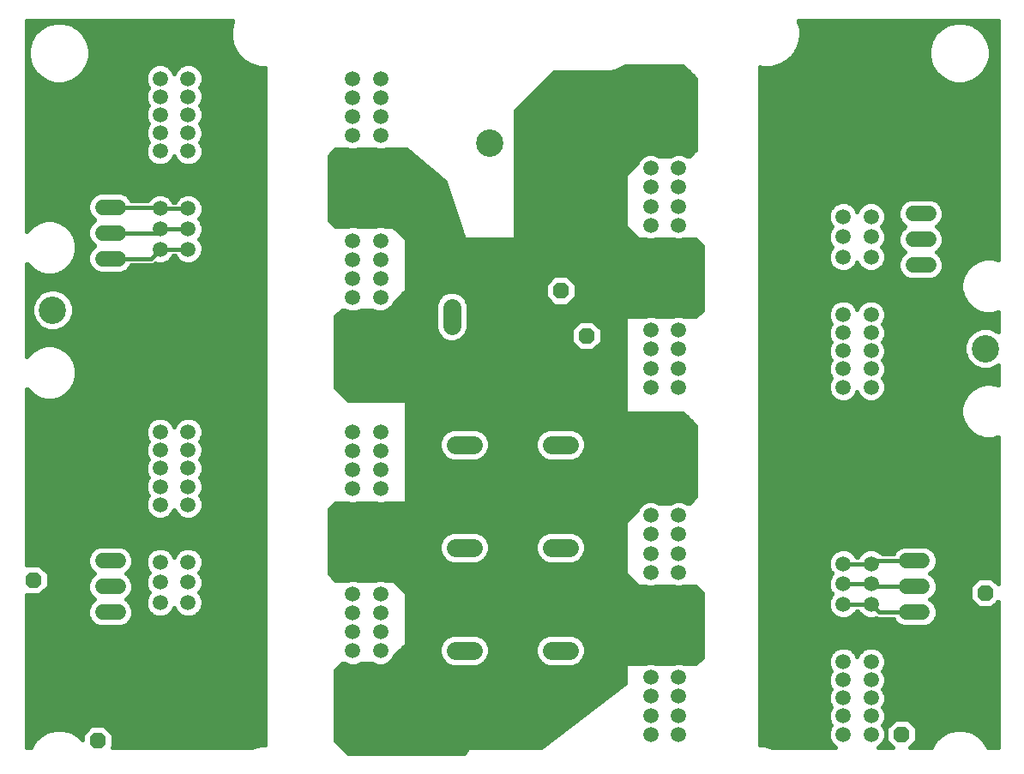
<source format=gbl>
G75*
%MOIN*%
%OFA0B0*%
%FSLAX25Y25*%
%IPPOS*%
%LPD*%
%AMOC8*
5,1,8,0,0,1.08239X$1,22.5*
%
%ADD10C,0.05906*%
%ADD11OC8,0.06300*%
%ADD12C,0.10630*%
%ADD13C,0.07050*%
%ADD14C,0.06000*%
%ADD15C,0.01600*%
D10*
X0060370Y0041807D03*
X0071197Y0041807D03*
X0071197Y0049366D03*
X0071197Y0056925D03*
X0071197Y0064484D03*
X0060370Y0064484D03*
X0060370Y0056925D03*
X0060370Y0049366D03*
X0060370Y0072043D03*
X0060370Y0079602D03*
X0071197Y0079602D03*
X0071197Y0072043D03*
X0071197Y0092161D03*
X0071197Y0100035D03*
X0060370Y0100035D03*
X0060370Y0092161D03*
X0060370Y0107909D03*
X0071197Y0107909D03*
X0071197Y0130311D03*
X0060370Y0130311D03*
X0060370Y0137358D03*
X0060370Y0144406D03*
X0060370Y0151453D03*
X0060370Y0158500D03*
X0071197Y0158500D03*
X0071197Y0151453D03*
X0071197Y0144406D03*
X0071197Y0137358D03*
X0135173Y0136413D03*
X0146000Y0136413D03*
X0146000Y0143776D03*
X0146000Y0151138D03*
X0146000Y0158500D03*
X0135173Y0158500D03*
X0135173Y0151138D03*
X0135173Y0143776D03*
X0135173Y0127004D03*
X0135173Y0119642D03*
X0135173Y0112280D03*
X0135173Y0104917D03*
X0146000Y0104917D03*
X0146000Y0112280D03*
X0146000Y0119642D03*
X0146000Y0127004D03*
X0146000Y0095508D03*
X0146000Y0088146D03*
X0135173Y0088146D03*
X0135173Y0095508D03*
X0135173Y0080783D03*
X0135173Y0073421D03*
X0146000Y0073421D03*
X0146000Y0080783D03*
X0146000Y0064012D03*
X0146000Y0056650D03*
X0146000Y0049287D03*
X0135173Y0049287D03*
X0135173Y0056650D03*
X0135173Y0064012D03*
X0135173Y0041925D03*
X0146000Y0041925D03*
X0251000Y0041000D03*
X0261827Y0041000D03*
X0261827Y0048362D03*
X0251000Y0048362D03*
X0251000Y0055724D03*
X0261827Y0055724D03*
X0261827Y0063087D03*
X0251000Y0063087D03*
X0251000Y0072496D03*
X0261827Y0072496D03*
X0261827Y0079858D03*
X0251000Y0079858D03*
X0251000Y0087220D03*
X0261827Y0087220D03*
X0261827Y0094583D03*
X0251000Y0094583D03*
X0251000Y0103992D03*
X0261827Y0103992D03*
X0261827Y0111354D03*
X0251000Y0111354D03*
X0251000Y0118717D03*
X0261827Y0118717D03*
X0261827Y0126079D03*
X0251000Y0126079D03*
X0251000Y0135488D03*
X0261827Y0135488D03*
X0261827Y0142850D03*
X0251000Y0142850D03*
X0251000Y0150213D03*
X0261827Y0150213D03*
X0261827Y0157575D03*
X0251000Y0157575D03*
X0251000Y0176000D03*
X0261827Y0176000D03*
X0261827Y0183362D03*
X0251000Y0183362D03*
X0251000Y0190724D03*
X0261827Y0190724D03*
X0261827Y0198087D03*
X0251000Y0198087D03*
X0251000Y0207496D03*
X0261827Y0207496D03*
X0261827Y0214858D03*
X0251000Y0214858D03*
X0251000Y0222220D03*
X0261827Y0222220D03*
X0261827Y0229583D03*
X0251000Y0229583D03*
X0251000Y0238992D03*
X0261827Y0238992D03*
X0261827Y0246354D03*
X0251000Y0246354D03*
X0251000Y0253717D03*
X0261827Y0253717D03*
X0261827Y0261079D03*
X0251000Y0261079D03*
X0251000Y0270488D03*
X0261827Y0270488D03*
X0261827Y0277850D03*
X0251000Y0277850D03*
X0251000Y0285213D03*
X0261827Y0285213D03*
X0261827Y0292575D03*
X0251000Y0292575D03*
X0325803Y0292693D03*
X0325803Y0285134D03*
X0325803Y0277575D03*
X0336630Y0277575D03*
X0336630Y0285134D03*
X0336630Y0292693D03*
X0336630Y0270016D03*
X0336630Y0262457D03*
X0336630Y0254898D03*
X0325803Y0254898D03*
X0325803Y0262457D03*
X0325803Y0270016D03*
X0325803Y0242339D03*
X0336630Y0242339D03*
X0336630Y0234465D03*
X0336630Y0226591D03*
X0325803Y0226591D03*
X0325803Y0234465D03*
X0325803Y0204189D03*
X0325803Y0197142D03*
X0325803Y0190094D03*
X0325803Y0183047D03*
X0336630Y0183047D03*
X0336630Y0190094D03*
X0336630Y0197142D03*
X0336630Y0204189D03*
X0336630Y0176000D03*
X0325803Y0176000D03*
X0325803Y0157693D03*
X0325803Y0150134D03*
X0336630Y0150134D03*
X0336630Y0157693D03*
X0336630Y0142575D03*
X0336630Y0135016D03*
X0336630Y0127457D03*
X0325803Y0127457D03*
X0325803Y0135016D03*
X0325803Y0142575D03*
X0325803Y0119898D03*
X0336630Y0119898D03*
X0336630Y0107339D03*
X0336630Y0099465D03*
X0336630Y0091591D03*
X0325803Y0091591D03*
X0325803Y0099465D03*
X0325803Y0107339D03*
X0325803Y0069189D03*
X0325803Y0062142D03*
X0336630Y0062142D03*
X0336630Y0069189D03*
X0336630Y0055094D03*
X0336630Y0048047D03*
X0336630Y0041000D03*
X0325803Y0041000D03*
X0325803Y0048047D03*
X0325803Y0055094D03*
X0146000Y0179425D03*
X0146000Y0186787D03*
X0146000Y0194150D03*
X0146000Y0201512D03*
X0135173Y0201512D03*
X0135173Y0194150D03*
X0135173Y0186787D03*
X0135173Y0179425D03*
X0071197Y0179307D03*
X0071197Y0186866D03*
X0071197Y0194425D03*
X0071197Y0201984D03*
X0060370Y0201984D03*
X0060370Y0194425D03*
X0060370Y0186866D03*
X0060370Y0179307D03*
X0060370Y0209543D03*
X0060370Y0217102D03*
X0071197Y0217102D03*
X0071197Y0209543D03*
X0071197Y0229661D03*
X0071197Y0237535D03*
X0060370Y0237535D03*
X0060370Y0229661D03*
X0060370Y0245409D03*
X0071197Y0245409D03*
X0071197Y0267811D03*
X0071197Y0274858D03*
X0071197Y0281906D03*
X0071197Y0288953D03*
X0071197Y0296000D03*
X0060370Y0296000D03*
X0060370Y0288953D03*
X0060370Y0281906D03*
X0060370Y0274858D03*
X0060370Y0267811D03*
X0135173Y0264504D03*
X0146000Y0264504D03*
X0146000Y0257142D03*
X0146000Y0249780D03*
X0146000Y0242417D03*
X0135173Y0242417D03*
X0135173Y0249780D03*
X0135173Y0257142D03*
X0135173Y0273913D03*
X0135173Y0281276D03*
X0135173Y0288638D03*
X0135173Y0296000D03*
X0146000Y0296000D03*
X0146000Y0288638D03*
X0146000Y0281276D03*
X0146000Y0273913D03*
X0146000Y0233008D03*
X0146000Y0225646D03*
X0135173Y0225646D03*
X0135173Y0233008D03*
X0135173Y0218283D03*
X0135173Y0210921D03*
X0146000Y0210921D03*
X0146000Y0218283D03*
D11*
X0216000Y0213500D03*
X0226000Y0213500D03*
X0226000Y0196000D03*
X0216000Y0196000D03*
X0381000Y0106000D03*
X0381000Y0096000D03*
X0358500Y0041000D03*
X0348500Y0041000D03*
X0046000Y0038500D03*
X0036000Y0038500D03*
X0011000Y0091000D03*
X0011000Y0101000D03*
D12*
X0018500Y0206000D03*
X0040941Y0206000D03*
X0188500Y0271000D03*
X0210941Y0271000D03*
X0358559Y0191000D03*
X0381000Y0191000D03*
D13*
X0219525Y0173343D02*
X0212475Y0173343D01*
X0182025Y0173343D02*
X0174975Y0173343D01*
X0174975Y0153657D02*
X0182025Y0153657D01*
X0212475Y0153657D02*
X0219525Y0153657D01*
X0219525Y0133343D02*
X0212475Y0133343D01*
X0182025Y0133343D02*
X0174975Y0133343D01*
X0174975Y0113657D02*
X0182025Y0113657D01*
X0212475Y0113657D02*
X0219525Y0113657D01*
X0219525Y0093343D02*
X0212475Y0093343D01*
X0182025Y0093343D02*
X0174975Y0093343D01*
X0174975Y0073657D02*
X0182025Y0073657D01*
X0212475Y0073657D02*
X0219525Y0073657D01*
X0193343Y0199975D02*
X0193343Y0207025D01*
X0173657Y0207025D02*
X0173657Y0199975D01*
D14*
X0044000Y0226000D02*
X0038000Y0226000D01*
X0038000Y0236000D02*
X0044000Y0236000D01*
X0044000Y0246000D02*
X0038000Y0246000D01*
X0353000Y0243500D02*
X0359000Y0243500D01*
X0359000Y0233500D02*
X0353000Y0233500D01*
X0353000Y0223500D02*
X0359000Y0223500D01*
X0356500Y0108500D02*
X0350500Y0108500D01*
X0350500Y0098500D02*
X0356500Y0098500D01*
X0356500Y0088500D02*
X0350500Y0088500D01*
X0044000Y0088500D02*
X0038000Y0088500D01*
X0038000Y0098500D02*
X0044000Y0098500D01*
X0044000Y0108500D02*
X0038000Y0108500D01*
D15*
X0008500Y0095085D02*
X0008500Y0036000D01*
X0010030Y0036000D01*
X0011398Y0038368D01*
X0013632Y0040602D01*
X0016368Y0042182D01*
X0019420Y0043000D01*
X0022580Y0043000D01*
X0025632Y0042182D01*
X0028368Y0040602D01*
X0030050Y0038921D01*
X0030050Y0040965D01*
X0033535Y0044450D01*
X0038465Y0044450D01*
X0041950Y0040965D01*
X0041950Y0036035D01*
X0041915Y0036000D01*
X0096263Y0036000D01*
X0099249Y0036800D01*
X0101000Y0036800D01*
X0101000Y0300200D01*
X0099249Y0300200D01*
X0095866Y0301106D01*
X0092834Y0302857D01*
X0090357Y0305334D01*
X0088606Y0308366D01*
X0087700Y0311749D01*
X0087700Y0315251D01*
X0088571Y0318500D01*
X0008500Y0318500D01*
X0008500Y0236672D01*
X0008634Y0236904D01*
X0010627Y0238897D01*
X0013069Y0240307D01*
X0015791Y0241036D01*
X0018610Y0241036D01*
X0021333Y0240307D01*
X0023774Y0238897D01*
X0025767Y0236904D01*
X0027177Y0234463D01*
X0027906Y0231740D01*
X0027906Y0228921D01*
X0027177Y0226199D01*
X0025767Y0223757D01*
X0023774Y0221764D01*
X0021333Y0220355D01*
X0018610Y0219625D01*
X0015791Y0219625D01*
X0013069Y0220355D01*
X0010627Y0221764D01*
X0008634Y0223757D01*
X0008500Y0223990D01*
X0008500Y0188010D01*
X0008634Y0188243D01*
X0010627Y0190236D01*
X0013069Y0191645D01*
X0015791Y0192375D01*
X0018610Y0192375D01*
X0021333Y0191645D01*
X0023774Y0190236D01*
X0025767Y0188243D01*
X0027177Y0185801D01*
X0027906Y0183079D01*
X0027906Y0180260D01*
X0027177Y0177537D01*
X0025767Y0175096D01*
X0023774Y0173103D01*
X0021333Y0171693D01*
X0018610Y0170964D01*
X0015791Y0170964D01*
X0013069Y0171693D01*
X0010627Y0173103D01*
X0008634Y0175096D01*
X0008500Y0175328D01*
X0008500Y0106915D01*
X0008535Y0106950D01*
X0013465Y0106950D01*
X0016950Y0103465D01*
X0016950Y0098535D01*
X0013465Y0095050D01*
X0008535Y0095050D01*
X0008500Y0095085D01*
X0008500Y0094123D02*
X0034175Y0094123D01*
X0034715Y0093583D02*
X0034915Y0093500D01*
X0034715Y0093417D01*
X0033083Y0091785D01*
X0032200Y0089654D01*
X0032200Y0087346D01*
X0033083Y0085215D01*
X0034715Y0083583D01*
X0036846Y0082700D01*
X0045154Y0082700D01*
X0047285Y0083583D01*
X0048917Y0085215D01*
X0049800Y0087346D01*
X0049800Y0089654D01*
X0048917Y0091785D01*
X0047285Y0093417D01*
X0047085Y0093500D01*
X0047285Y0093583D01*
X0048917Y0095215D01*
X0049800Y0097346D01*
X0049800Y0099654D01*
X0048917Y0101785D01*
X0047285Y0103417D01*
X0047085Y0103500D01*
X0047285Y0103583D01*
X0048917Y0105215D01*
X0049800Y0107346D01*
X0049800Y0109654D01*
X0048917Y0111785D01*
X0047285Y0113417D01*
X0045154Y0114300D01*
X0036846Y0114300D01*
X0034715Y0113417D01*
X0033083Y0111785D01*
X0032200Y0109654D01*
X0032200Y0107346D01*
X0033083Y0105215D01*
X0034715Y0103583D01*
X0034915Y0103500D01*
X0034715Y0103417D01*
X0033083Y0101785D01*
X0032200Y0099654D01*
X0032200Y0097346D01*
X0033083Y0095215D01*
X0034715Y0093583D01*
X0033822Y0092524D02*
X0008500Y0092524D01*
X0008500Y0090926D02*
X0032727Y0090926D01*
X0032200Y0089327D02*
X0008500Y0089327D01*
X0008500Y0087729D02*
X0032200Y0087729D01*
X0032704Y0086130D02*
X0008500Y0086130D01*
X0008500Y0084532D02*
X0033766Y0084532D01*
X0036284Y0082933D02*
X0008500Y0082933D01*
X0008500Y0081334D02*
X0101000Y0081334D01*
X0101000Y0079736D02*
X0008500Y0079736D01*
X0008500Y0078137D02*
X0101000Y0078137D01*
X0101000Y0076539D02*
X0008500Y0076539D01*
X0008500Y0074940D02*
X0101000Y0074940D01*
X0101000Y0073342D02*
X0008500Y0073342D01*
X0008500Y0071743D02*
X0101000Y0071743D01*
X0101000Y0070145D02*
X0008500Y0070145D01*
X0008500Y0068546D02*
X0101000Y0068546D01*
X0101000Y0066948D02*
X0008500Y0066948D01*
X0008500Y0065349D02*
X0101000Y0065349D01*
X0101000Y0063751D02*
X0008500Y0063751D01*
X0008500Y0062152D02*
X0101000Y0062152D01*
X0101000Y0060554D02*
X0008500Y0060554D01*
X0008500Y0058955D02*
X0101000Y0058955D01*
X0101000Y0057357D02*
X0008500Y0057357D01*
X0008500Y0055758D02*
X0101000Y0055758D01*
X0101000Y0054160D02*
X0008500Y0054160D01*
X0008500Y0052561D02*
X0101000Y0052561D01*
X0101000Y0050963D02*
X0008500Y0050963D01*
X0008500Y0049364D02*
X0101000Y0049364D01*
X0101000Y0047766D02*
X0008500Y0047766D01*
X0008500Y0046167D02*
X0101000Y0046167D01*
X0101000Y0044569D02*
X0008500Y0044569D01*
X0008500Y0042970D02*
X0019309Y0042970D01*
X0022691Y0042970D02*
X0032056Y0042970D01*
X0030457Y0041372D02*
X0027036Y0041372D01*
X0029197Y0039773D02*
X0030050Y0039773D01*
X0039944Y0042970D02*
X0101000Y0042970D01*
X0101000Y0041372D02*
X0041543Y0041372D01*
X0041950Y0039773D02*
X0101000Y0039773D01*
X0101000Y0038175D02*
X0041950Y0038175D01*
X0041950Y0036576D02*
X0098414Y0036576D01*
X0128500Y0038500D02*
X0128500Y0066000D01*
X0131000Y0068500D01*
X0132022Y0068500D01*
X0134029Y0067669D01*
X0136318Y0067669D01*
X0138325Y0068500D01*
X0142848Y0068500D01*
X0144856Y0067669D01*
X0147144Y0067669D01*
X0149259Y0068544D01*
X0150877Y0070163D01*
X0151382Y0071382D01*
X0156000Y0076000D01*
X0156000Y0096000D01*
X0151000Y0101000D01*
X0147773Y0101000D01*
X0147144Y0101261D01*
X0144856Y0101261D01*
X0144227Y0101000D01*
X0136947Y0101000D01*
X0136318Y0101261D01*
X0134029Y0101261D01*
X0133400Y0101000D01*
X0128500Y0101000D01*
X0126000Y0103500D01*
X0126000Y0128500D01*
X0128500Y0131000D01*
X0133210Y0131000D01*
X0134029Y0130661D01*
X0136318Y0130661D01*
X0137137Y0131000D01*
X0144036Y0131000D01*
X0144856Y0130661D01*
X0147144Y0130661D01*
X0147964Y0131000D01*
X0156000Y0131000D01*
X0170931Y0118558D01*
X0169613Y0117240D01*
X0168650Y0114916D01*
X0168650Y0112399D01*
X0169613Y0110075D01*
X0171392Y0108295D01*
X0173717Y0107332D01*
X0174723Y0107332D01*
X0178500Y0096000D01*
X0191000Y0096000D01*
X0196000Y0091000D01*
X0196000Y0063500D01*
X0191000Y0056000D01*
X0188500Y0056000D01*
X0181000Y0051000D01*
X0188500Y0048500D01*
X0178500Y0033500D01*
X0133500Y0033500D01*
X0128500Y0038500D01*
X0128825Y0038175D02*
X0181616Y0038175D01*
X0180551Y0036576D02*
X0130424Y0036576D01*
X0132022Y0034978D02*
X0179485Y0034978D01*
X0178500Y0036000D02*
X0156000Y0058500D01*
X0156000Y0223500D01*
X0171000Y0233500D01*
X0198500Y0233500D01*
X0198500Y0283500D01*
X0213500Y0298500D01*
X0241000Y0298500D01*
X0241000Y0061000D01*
X0208500Y0036000D01*
X0178500Y0036000D01*
X0177924Y0036576D02*
X0209249Y0036576D01*
X0211327Y0038175D02*
X0176325Y0038175D01*
X0174727Y0039773D02*
X0213405Y0039773D01*
X0215483Y0041372D02*
X0173128Y0041372D01*
X0171530Y0042970D02*
X0217561Y0042970D01*
X0219639Y0044569D02*
X0169931Y0044569D01*
X0168333Y0046167D02*
X0221717Y0046167D01*
X0223795Y0047766D02*
X0166734Y0047766D01*
X0165136Y0049364D02*
X0225874Y0049364D01*
X0227952Y0050963D02*
X0163537Y0050963D01*
X0161939Y0052561D02*
X0230030Y0052561D01*
X0232108Y0054160D02*
X0160340Y0054160D01*
X0158742Y0055758D02*
X0234186Y0055758D01*
X0236264Y0057357D02*
X0157143Y0057357D01*
X0156000Y0058955D02*
X0238342Y0058955D01*
X0240420Y0060554D02*
X0156000Y0060554D01*
X0156000Y0062152D02*
X0241000Y0062152D01*
X0241000Y0063751D02*
X0156000Y0063751D01*
X0156000Y0065349D02*
X0241000Y0065349D01*
X0241000Y0066948D02*
X0156000Y0066948D01*
X0156000Y0068546D02*
X0171141Y0068546D01*
X0149261Y0068546D01*
X0150859Y0070145D02*
X0169584Y0070145D01*
X0156000Y0070145D01*
X0156000Y0071743D02*
X0168922Y0071743D01*
X0151743Y0071743D01*
X0153342Y0073342D02*
X0168650Y0073342D01*
X0156000Y0073342D01*
X0156000Y0074940D02*
X0168660Y0074940D01*
X0154940Y0074940D01*
X0156000Y0076539D02*
X0169322Y0076539D01*
X0156000Y0076539D01*
X0156000Y0078137D02*
X0170510Y0078137D01*
X0156000Y0078137D01*
X0156000Y0079736D02*
X0173122Y0079736D01*
X0156000Y0079736D01*
X0156000Y0081334D02*
X0196000Y0081334D01*
X0196000Y0079736D02*
X0183878Y0079736D01*
X0210622Y0079736D01*
X0211217Y0079982D02*
X0208892Y0079020D01*
X0207113Y0077240D01*
X0206150Y0074916D01*
X0206150Y0072399D01*
X0207113Y0070075D01*
X0208892Y0068295D01*
X0211217Y0067332D01*
X0220783Y0067332D01*
X0223108Y0068295D01*
X0224887Y0070075D01*
X0225850Y0072399D01*
X0225850Y0074916D01*
X0224887Y0077240D01*
X0223108Y0079020D01*
X0220783Y0079982D01*
X0211217Y0079982D01*
X0208010Y0078137D02*
X0186490Y0078137D01*
X0196000Y0078137D01*
X0196000Y0076539D02*
X0187678Y0076539D01*
X0206822Y0076539D01*
X0206160Y0074940D02*
X0188340Y0074940D01*
X0196000Y0074940D01*
X0196000Y0073342D02*
X0188350Y0073342D01*
X0206150Y0073342D01*
X0206422Y0071743D02*
X0188078Y0071743D01*
X0196000Y0071743D01*
X0196000Y0070145D02*
X0187416Y0070145D01*
X0207084Y0070145D01*
X0208641Y0068546D02*
X0185859Y0068546D01*
X0196000Y0068546D01*
X0196000Y0066948D02*
X0129448Y0066948D01*
X0128500Y0065349D02*
X0196000Y0065349D01*
X0196000Y0063751D02*
X0128500Y0063751D01*
X0128500Y0062152D02*
X0195102Y0062152D01*
X0194036Y0060554D02*
X0128500Y0060554D01*
X0128500Y0058955D02*
X0192970Y0058955D01*
X0191905Y0057357D02*
X0128500Y0057357D01*
X0128500Y0055758D02*
X0188137Y0055758D01*
X0185740Y0054160D02*
X0128500Y0054160D01*
X0128500Y0052561D02*
X0183342Y0052561D01*
X0181112Y0050963D02*
X0128500Y0050963D01*
X0128500Y0049364D02*
X0185907Y0049364D01*
X0188011Y0047766D02*
X0128500Y0047766D01*
X0128500Y0046167D02*
X0186945Y0046167D01*
X0185879Y0044569D02*
X0128500Y0044569D01*
X0128500Y0042970D02*
X0184813Y0042970D01*
X0183748Y0041372D02*
X0128500Y0041372D01*
X0128500Y0039773D02*
X0182682Y0039773D01*
X0183283Y0067332D02*
X0173717Y0067332D01*
X0171392Y0068295D01*
X0169613Y0070075D01*
X0168650Y0072399D01*
X0168650Y0074916D01*
X0169613Y0077240D01*
X0171392Y0079020D01*
X0173717Y0079982D01*
X0183283Y0079982D01*
X0185608Y0079020D01*
X0187387Y0077240D01*
X0188350Y0074916D01*
X0188350Y0072399D01*
X0187387Y0070075D01*
X0185608Y0068295D01*
X0183283Y0067332D01*
X0185608Y0068295D01*
X0187387Y0070075D01*
X0188350Y0072399D01*
X0188350Y0074916D01*
X0187387Y0077240D01*
X0185608Y0079020D01*
X0183283Y0079982D01*
X0173717Y0079982D01*
X0171392Y0079020D01*
X0169613Y0077240D01*
X0168650Y0074916D01*
X0168650Y0072399D01*
X0169613Y0070075D01*
X0171392Y0068295D01*
X0173717Y0067332D01*
X0183283Y0067332D01*
X0156000Y0081334D02*
X0241000Y0081334D01*
X0241000Y0079736D02*
X0221378Y0079736D01*
X0223990Y0078137D02*
X0241000Y0078137D01*
X0241000Y0076539D02*
X0225178Y0076539D01*
X0225840Y0074940D02*
X0241000Y0074940D01*
X0241000Y0073342D02*
X0225850Y0073342D01*
X0225578Y0071743D02*
X0241000Y0071743D01*
X0241000Y0070145D02*
X0224916Y0070145D01*
X0223359Y0068546D02*
X0241000Y0068546D01*
X0241000Y0068500D02*
X0226000Y0081000D01*
X0218500Y0103500D01*
X0213500Y0103500D01*
X0208500Y0108500D01*
X0208500Y0108688D01*
X0208892Y0108295D01*
X0211217Y0107332D01*
X0220783Y0107332D01*
X0223108Y0108295D01*
X0224887Y0110075D01*
X0225850Y0112399D01*
X0225850Y0114916D01*
X0224887Y0117240D01*
X0223108Y0119020D01*
X0220783Y0119982D01*
X0211217Y0119982D01*
X0208892Y0119020D01*
X0208500Y0118627D01*
X0208500Y0136000D01*
X0213500Y0143500D01*
X0216000Y0143500D01*
X0223500Y0148500D01*
X0223406Y0148594D01*
X0224887Y0150075D01*
X0225850Y0152399D01*
X0225850Y0154916D01*
X0225576Y0155576D01*
X0231000Y0161000D01*
X0241000Y0166000D01*
X0263500Y0166000D01*
X0268500Y0161000D01*
X0268500Y0133500D01*
X0266000Y0131000D01*
X0264978Y0131000D01*
X0262971Y0131831D01*
X0260682Y0131831D01*
X0258675Y0131000D01*
X0254152Y0131000D01*
X0252144Y0131831D01*
X0249856Y0131831D01*
X0247741Y0130956D01*
X0246123Y0129337D01*
X0245618Y0128118D01*
X0241000Y0123500D01*
X0241000Y0103500D01*
X0246000Y0098500D01*
X0249227Y0098500D01*
X0249856Y0098239D01*
X0252144Y0098239D01*
X0252773Y0098500D01*
X0260053Y0098500D01*
X0260682Y0098239D01*
X0262971Y0098239D01*
X0263600Y0098500D01*
X0268500Y0098500D01*
X0271000Y0096000D01*
X0271000Y0071000D01*
X0268500Y0068500D01*
X0263790Y0068500D01*
X0262971Y0068839D01*
X0260682Y0068839D01*
X0259863Y0068500D01*
X0252964Y0068500D01*
X0252144Y0068839D01*
X0249856Y0068839D01*
X0249036Y0068500D01*
X0241000Y0068500D01*
X0240944Y0068546D02*
X0249148Y0068546D01*
X0252852Y0068546D02*
X0259975Y0068546D01*
X0263678Y0068546D02*
X0268546Y0068546D01*
X0270145Y0070145D02*
X0239026Y0070145D01*
X0237108Y0071743D02*
X0271000Y0071743D01*
X0271000Y0073342D02*
X0235190Y0073342D01*
X0233271Y0074940D02*
X0271000Y0074940D01*
X0271000Y0076539D02*
X0231353Y0076539D01*
X0229435Y0078137D02*
X0271000Y0078137D01*
X0271000Y0079736D02*
X0227517Y0079736D01*
X0225889Y0081334D02*
X0271000Y0081334D01*
X0271000Y0082933D02*
X0225356Y0082933D01*
X0224823Y0084532D02*
X0271000Y0084532D01*
X0271000Y0086130D02*
X0224290Y0086130D01*
X0223757Y0087729D02*
X0271000Y0087729D01*
X0271000Y0089327D02*
X0223224Y0089327D01*
X0222691Y0090926D02*
X0271000Y0090926D01*
X0271000Y0092524D02*
X0222159Y0092524D01*
X0221626Y0094123D02*
X0271000Y0094123D01*
X0271000Y0095721D02*
X0221093Y0095721D01*
X0220560Y0097320D02*
X0269680Y0097320D01*
X0293500Y0097320D02*
X0320465Y0097320D01*
X0320050Y0098320D02*
X0320926Y0096206D01*
X0321605Y0095528D01*
X0320926Y0094849D01*
X0320050Y0092735D01*
X0320050Y0090446D01*
X0320926Y0088332D01*
X0322544Y0086714D01*
X0324659Y0085838D01*
X0326947Y0085838D01*
X0329062Y0086714D01*
X0330680Y0088332D01*
X0330953Y0088991D01*
X0331480Y0088991D01*
X0331753Y0088332D01*
X0333371Y0086714D01*
X0335486Y0085838D01*
X0337774Y0085838D01*
X0338564Y0086165D01*
X0339203Y0085900D01*
X0345299Y0085900D01*
X0345583Y0085215D01*
X0347215Y0083583D01*
X0349346Y0082700D01*
X0357654Y0082700D01*
X0359785Y0083583D01*
X0361417Y0085215D01*
X0362300Y0087346D01*
X0362300Y0089654D01*
X0361417Y0091785D01*
X0359785Y0093417D01*
X0359585Y0093500D01*
X0359785Y0093583D01*
X0361417Y0095215D01*
X0362300Y0097346D01*
X0362300Y0099654D01*
X0361417Y0101785D01*
X0359785Y0103417D01*
X0359585Y0103500D01*
X0359785Y0103583D01*
X0361417Y0105215D01*
X0362300Y0107346D01*
X0362300Y0109654D01*
X0361417Y0111785D01*
X0359785Y0113417D01*
X0357654Y0114300D01*
X0349346Y0114300D01*
X0347215Y0113417D01*
X0345583Y0111785D01*
X0345299Y0111100D01*
X0341004Y0111100D01*
X0339889Y0112216D01*
X0337774Y0113091D01*
X0335486Y0113091D01*
X0333371Y0112216D01*
X0331753Y0110597D01*
X0331480Y0109939D01*
X0330953Y0109939D01*
X0330680Y0110597D01*
X0329062Y0112216D01*
X0326947Y0113091D01*
X0324659Y0113091D01*
X0322544Y0112216D01*
X0320926Y0110597D01*
X0320050Y0108483D01*
X0320050Y0106194D01*
X0320926Y0104080D01*
X0321605Y0103402D01*
X0320926Y0102723D01*
X0320050Y0100609D01*
X0320050Y0098320D01*
X0320050Y0098918D02*
X0293500Y0098918D01*
X0293500Y0100517D02*
X0320050Y0100517D01*
X0320674Y0102115D02*
X0293500Y0102115D01*
X0293500Y0103714D02*
X0321292Y0103714D01*
X0320416Y0105312D02*
X0293500Y0105312D01*
X0293500Y0106911D02*
X0320050Y0106911D01*
X0320061Y0108509D02*
X0293500Y0108509D01*
X0293500Y0110108D02*
X0320723Y0110108D01*
X0322035Y0111706D02*
X0293500Y0111706D01*
X0293500Y0113305D02*
X0347102Y0113305D01*
X0345550Y0111706D02*
X0340398Y0111706D01*
X0337791Y0108500D02*
X0336630Y0107339D01*
X0325803Y0107339D01*
X0330883Y0110108D02*
X0331550Y0110108D01*
X0332862Y0111706D02*
X0329571Y0111706D01*
X0337791Y0108500D02*
X0353500Y0108500D01*
X0359898Y0113305D02*
X0386000Y0113305D01*
X0386000Y0114903D02*
X0293500Y0114903D01*
X0293500Y0116502D02*
X0386000Y0116502D01*
X0386000Y0118100D02*
X0293500Y0118100D01*
X0293500Y0119699D02*
X0386000Y0119699D01*
X0386000Y0121297D02*
X0293500Y0121297D01*
X0293500Y0122896D02*
X0386000Y0122896D01*
X0386000Y0124494D02*
X0293500Y0124494D01*
X0293500Y0126093D02*
X0386000Y0126093D01*
X0386000Y0127691D02*
X0293500Y0127691D01*
X0293500Y0129290D02*
X0386000Y0129290D01*
X0386000Y0130888D02*
X0293500Y0130888D01*
X0293500Y0132487D02*
X0386000Y0132487D01*
X0386000Y0134085D02*
X0293500Y0134085D01*
X0293500Y0135684D02*
X0386000Y0135684D01*
X0386000Y0137282D02*
X0293500Y0137282D01*
X0293500Y0138881D02*
X0386000Y0138881D01*
X0386000Y0140479D02*
X0293500Y0140479D01*
X0293500Y0142078D02*
X0386000Y0142078D01*
X0386000Y0143676D02*
X0293500Y0143676D01*
X0293500Y0145275D02*
X0386000Y0145275D01*
X0386000Y0146873D02*
X0293500Y0146873D01*
X0293500Y0148472D02*
X0386000Y0148472D01*
X0386000Y0150070D02*
X0293500Y0150070D01*
X0293500Y0151669D02*
X0386000Y0151669D01*
X0386000Y0153268D02*
X0293500Y0153268D01*
X0293500Y0154866D02*
X0386000Y0154866D01*
X0386000Y0156465D02*
X0385577Y0156465D01*
X0386000Y0156578D02*
X0383709Y0155964D01*
X0380890Y0155964D01*
X0378167Y0156693D01*
X0375726Y0158103D01*
X0373733Y0160096D01*
X0372323Y0162537D01*
X0371594Y0165260D01*
X0371594Y0168079D01*
X0372323Y0170801D01*
X0373733Y0173243D01*
X0375726Y0175236D01*
X0378167Y0176645D01*
X0380890Y0177375D01*
X0383709Y0177375D01*
X0386000Y0176761D01*
X0386000Y0184524D01*
X0385597Y0184120D01*
X0382614Y0182885D01*
X0379386Y0182885D01*
X0376403Y0184120D01*
X0374120Y0186403D01*
X0372885Y0189386D01*
X0372885Y0192614D01*
X0374120Y0195597D01*
X0376403Y0197880D01*
X0379386Y0199115D01*
X0382614Y0199115D01*
X0385597Y0197880D01*
X0386000Y0197476D01*
X0386000Y0205239D01*
X0383709Y0204625D01*
X0380890Y0204625D01*
X0378167Y0205355D01*
X0375726Y0206764D01*
X0373733Y0208757D01*
X0372323Y0211199D01*
X0371594Y0213921D01*
X0371594Y0216740D01*
X0372323Y0219463D01*
X0373733Y0221904D01*
X0375726Y0223897D01*
X0378167Y0225307D01*
X0380890Y0226036D01*
X0383709Y0226036D01*
X0386000Y0225422D01*
X0386000Y0318500D01*
X0308429Y0318500D01*
X0309300Y0315251D01*
X0309300Y0311749D01*
X0308394Y0308366D01*
X0306643Y0305334D01*
X0304166Y0302857D01*
X0301134Y0301106D01*
X0297751Y0300200D01*
X0294249Y0300200D01*
X0293500Y0300401D01*
X0293500Y0036800D01*
X0295251Y0036800D01*
X0298237Y0036000D01*
X0322842Y0036000D01*
X0322544Y0036123D01*
X0320926Y0037741D01*
X0320050Y0039856D01*
X0320050Y0042144D01*
X0320926Y0044259D01*
X0321191Y0044524D01*
X0320926Y0044789D01*
X0320050Y0046903D01*
X0320050Y0049192D01*
X0320926Y0051306D01*
X0321191Y0051571D01*
X0320926Y0051836D01*
X0320050Y0053950D01*
X0320050Y0056239D01*
X0320926Y0058353D01*
X0321191Y0058618D01*
X0320926Y0058883D01*
X0320050Y0060997D01*
X0320050Y0063286D01*
X0320926Y0065400D01*
X0321191Y0065665D01*
X0320926Y0065930D01*
X0320050Y0068045D01*
X0320050Y0070333D01*
X0320926Y0072448D01*
X0322544Y0074066D01*
X0324659Y0074942D01*
X0326947Y0074942D01*
X0329062Y0074066D01*
X0330680Y0072448D01*
X0331217Y0071153D01*
X0331753Y0072448D01*
X0333371Y0074066D01*
X0335486Y0074942D01*
X0337774Y0074942D01*
X0339889Y0074066D01*
X0341507Y0072448D01*
X0342383Y0070333D01*
X0342383Y0068045D01*
X0341507Y0065930D01*
X0341242Y0065665D01*
X0341507Y0065400D01*
X0342383Y0063286D01*
X0342383Y0060997D01*
X0341507Y0058883D01*
X0341242Y0058618D01*
X0341507Y0058353D01*
X0342383Y0056239D01*
X0342383Y0053950D01*
X0341507Y0051836D01*
X0341242Y0051571D01*
X0341507Y0051306D01*
X0342383Y0049192D01*
X0342383Y0046903D01*
X0341507Y0044789D01*
X0341242Y0044524D01*
X0341507Y0044259D01*
X0342383Y0042144D01*
X0342383Y0039856D01*
X0341507Y0037741D01*
X0339889Y0036123D01*
X0339591Y0036000D01*
X0345085Y0036000D01*
X0342550Y0038535D01*
X0342550Y0043465D01*
X0346035Y0046950D01*
X0350965Y0046950D01*
X0354450Y0043465D01*
X0354450Y0038535D01*
X0351915Y0036000D01*
X0360030Y0036000D01*
X0361398Y0038368D01*
X0363632Y0040602D01*
X0366368Y0042182D01*
X0369420Y0043000D01*
X0372580Y0043000D01*
X0375632Y0042182D01*
X0378368Y0040602D01*
X0380602Y0038368D01*
X0381970Y0036000D01*
X0386000Y0036000D01*
X0386000Y0092585D01*
X0383465Y0090050D01*
X0378535Y0090050D01*
X0375050Y0093535D01*
X0375050Y0098465D01*
X0378535Y0101950D01*
X0383465Y0101950D01*
X0386000Y0099415D01*
X0386000Y0156578D01*
X0379021Y0156465D02*
X0293500Y0156465D01*
X0293500Y0158063D02*
X0375795Y0158063D01*
X0374167Y0159662D02*
X0293500Y0159662D01*
X0293500Y0161260D02*
X0373061Y0161260D01*
X0372237Y0162859D02*
X0293500Y0162859D01*
X0293500Y0164457D02*
X0371809Y0164457D01*
X0371594Y0166056D02*
X0293500Y0166056D01*
X0293500Y0167654D02*
X0371594Y0167654D01*
X0371908Y0169253D02*
X0293500Y0169253D01*
X0293500Y0170851D02*
X0323201Y0170851D01*
X0322544Y0171123D02*
X0324659Y0170247D01*
X0326947Y0170247D01*
X0329062Y0171123D01*
X0330680Y0172741D01*
X0331217Y0174036D01*
X0331753Y0172741D01*
X0333371Y0171123D01*
X0335486Y0170247D01*
X0337774Y0170247D01*
X0339889Y0171123D01*
X0341507Y0172741D01*
X0342383Y0174856D01*
X0342383Y0177144D01*
X0341507Y0179259D01*
X0341242Y0179524D01*
X0341507Y0179789D01*
X0342383Y0181903D01*
X0342383Y0184192D01*
X0341507Y0186306D01*
X0341242Y0186571D01*
X0341507Y0186836D01*
X0342383Y0188950D01*
X0342383Y0191239D01*
X0341507Y0193353D01*
X0341242Y0193618D01*
X0341507Y0193883D01*
X0342383Y0195997D01*
X0342383Y0198286D01*
X0341507Y0200400D01*
X0341242Y0200665D01*
X0341507Y0200930D01*
X0342383Y0203045D01*
X0342383Y0205333D01*
X0341507Y0207448D01*
X0339889Y0209066D01*
X0337774Y0209942D01*
X0335486Y0209942D01*
X0333371Y0209066D01*
X0331753Y0207448D01*
X0331217Y0206153D01*
X0330680Y0207448D01*
X0329062Y0209066D01*
X0326947Y0209942D01*
X0324659Y0209942D01*
X0322544Y0209066D01*
X0320926Y0207448D01*
X0320050Y0205333D01*
X0320050Y0203045D01*
X0320926Y0200930D01*
X0321191Y0200665D01*
X0320926Y0200400D01*
X0320050Y0198286D01*
X0320050Y0195997D01*
X0320926Y0193883D01*
X0321191Y0193618D01*
X0320926Y0193353D01*
X0320050Y0191239D01*
X0320050Y0188950D01*
X0320926Y0186836D01*
X0293500Y0186836D01*
X0293500Y0185238D02*
X0320484Y0185238D01*
X0320050Y0184192D02*
X0320050Y0181903D01*
X0320926Y0179789D01*
X0321191Y0179524D01*
X0320926Y0179259D01*
X0320050Y0177144D01*
X0320050Y0174856D01*
X0320926Y0172741D01*
X0322544Y0171123D01*
X0321218Y0172450D02*
X0293500Y0172450D01*
X0293500Y0174048D02*
X0320385Y0174048D01*
X0320050Y0175647D02*
X0293500Y0175647D01*
X0293500Y0177245D02*
X0320092Y0177245D01*
X0320754Y0178844D02*
X0293500Y0178844D01*
X0293500Y0180442D02*
X0320655Y0180442D01*
X0320050Y0182041D02*
X0293500Y0182041D01*
X0293500Y0183639D02*
X0320050Y0183639D01*
X0320050Y0184192D02*
X0320926Y0186306D01*
X0321191Y0186571D01*
X0320926Y0186836D01*
X0320264Y0188435D02*
X0293500Y0188435D01*
X0293500Y0190033D02*
X0320050Y0190033D01*
X0320213Y0191632D02*
X0293500Y0191632D01*
X0293500Y0193230D02*
X0320875Y0193230D01*
X0320534Y0194829D02*
X0293500Y0194829D01*
X0293500Y0196427D02*
X0320050Y0196427D01*
X0320050Y0198026D02*
X0293500Y0198026D01*
X0293500Y0199624D02*
X0320605Y0199624D01*
X0320805Y0201223D02*
X0293500Y0201223D01*
X0293500Y0202821D02*
X0320143Y0202821D01*
X0320050Y0204420D02*
X0293500Y0204420D01*
X0293500Y0206018D02*
X0320334Y0206018D01*
X0321095Y0207617D02*
X0293500Y0207617D01*
X0293500Y0209215D02*
X0322905Y0209215D01*
X0328701Y0209215D02*
X0333732Y0209215D01*
X0331922Y0207617D02*
X0330511Y0207617D01*
X0339528Y0209215D02*
X0373468Y0209215D01*
X0372545Y0210814D02*
X0293500Y0210814D01*
X0293500Y0212412D02*
X0371998Y0212412D01*
X0371594Y0214011D02*
X0293500Y0214011D01*
X0293500Y0215609D02*
X0371594Y0215609D01*
X0371719Y0217208D02*
X0293500Y0217208D01*
X0293500Y0218806D02*
X0349491Y0218806D01*
X0349715Y0218583D02*
X0351846Y0217700D01*
X0360154Y0217700D01*
X0362285Y0218583D01*
X0363917Y0220215D01*
X0364800Y0222346D01*
X0364800Y0224654D01*
X0363917Y0226785D01*
X0362285Y0228417D01*
X0362085Y0228500D01*
X0362285Y0228583D01*
X0363917Y0230215D01*
X0364800Y0232346D01*
X0364800Y0234654D01*
X0363917Y0236785D01*
X0362285Y0238417D01*
X0362085Y0238500D01*
X0362285Y0238583D01*
X0363917Y0240215D01*
X0364800Y0242346D01*
X0364800Y0244654D01*
X0363917Y0246785D01*
X0362285Y0248417D01*
X0360154Y0249300D01*
X0351846Y0249300D01*
X0349715Y0248417D01*
X0348083Y0246785D01*
X0347200Y0244654D01*
X0347200Y0242346D01*
X0348083Y0240215D01*
X0349715Y0238583D01*
X0349915Y0238500D01*
X0349715Y0238417D01*
X0348083Y0236785D01*
X0347200Y0234654D01*
X0347200Y0232346D01*
X0348083Y0230215D01*
X0349715Y0228583D01*
X0349915Y0228500D01*
X0349715Y0228417D01*
X0348083Y0226785D01*
X0347200Y0224654D01*
X0347200Y0222346D01*
X0348083Y0220215D01*
X0349715Y0218583D01*
X0348004Y0220405D02*
X0293500Y0220405D01*
X0293500Y0222003D02*
X0322255Y0222003D01*
X0322544Y0221714D02*
X0324659Y0220838D01*
X0326947Y0220838D01*
X0329062Y0221714D01*
X0330680Y0223332D01*
X0331217Y0224627D01*
X0331753Y0223332D01*
X0333371Y0221714D01*
X0335486Y0220838D01*
X0337774Y0220838D01*
X0339889Y0221714D01*
X0341507Y0223332D01*
X0342383Y0225446D01*
X0342383Y0227735D01*
X0341507Y0229849D01*
X0340829Y0230528D01*
X0341507Y0231206D01*
X0342383Y0233320D01*
X0342383Y0235609D01*
X0341507Y0237723D01*
X0340829Y0238402D01*
X0341507Y0239080D01*
X0342383Y0241194D01*
X0342383Y0243483D01*
X0341507Y0245597D01*
X0339889Y0247216D01*
X0337774Y0248091D01*
X0335486Y0248091D01*
X0333371Y0247216D01*
X0331753Y0245597D01*
X0331217Y0244302D01*
X0330680Y0245597D01*
X0329062Y0247216D01*
X0326947Y0248091D01*
X0324659Y0248091D01*
X0322544Y0247216D01*
X0320926Y0245597D01*
X0320050Y0243483D01*
X0320050Y0241194D01*
X0320926Y0239080D01*
X0321605Y0238402D01*
X0320926Y0237723D01*
X0320050Y0235609D01*
X0320050Y0233320D01*
X0320926Y0231206D01*
X0321605Y0230528D01*
X0320926Y0229849D01*
X0320050Y0227735D01*
X0320050Y0225446D01*
X0320926Y0223332D01*
X0322544Y0221714D01*
X0320814Y0223602D02*
X0293500Y0223602D01*
X0293500Y0225201D02*
X0320152Y0225201D01*
X0320050Y0226799D02*
X0293500Y0226799D01*
X0293500Y0228398D02*
X0320325Y0228398D01*
X0321073Y0229996D02*
X0293500Y0229996D01*
X0293500Y0231595D02*
X0320765Y0231595D01*
X0320103Y0233193D02*
X0293500Y0233193D01*
X0293500Y0234792D02*
X0320050Y0234792D01*
X0320374Y0236390D02*
X0293500Y0236390D01*
X0293500Y0237989D02*
X0321192Y0237989D01*
X0320716Y0239587D02*
X0293500Y0239587D01*
X0293500Y0241186D02*
X0320054Y0241186D01*
X0320050Y0242784D02*
X0293500Y0242784D01*
X0293500Y0244383D02*
X0320423Y0244383D01*
X0321310Y0245981D02*
X0293500Y0245981D01*
X0293500Y0247580D02*
X0323424Y0247580D01*
X0328183Y0247580D02*
X0334250Y0247580D01*
X0332137Y0245981D02*
X0330296Y0245981D01*
X0331183Y0244383D02*
X0331250Y0244383D01*
X0339009Y0247580D02*
X0348877Y0247580D01*
X0347750Y0245981D02*
X0341123Y0245981D01*
X0342010Y0244383D02*
X0347200Y0244383D01*
X0347200Y0242784D02*
X0342383Y0242784D01*
X0342379Y0241186D02*
X0347681Y0241186D01*
X0348710Y0239587D02*
X0341717Y0239587D01*
X0341241Y0237989D02*
X0349286Y0237989D01*
X0347919Y0236390D02*
X0342059Y0236390D01*
X0342383Y0234792D02*
X0347257Y0234792D01*
X0347200Y0233193D02*
X0342330Y0233193D01*
X0341668Y0231595D02*
X0347511Y0231595D01*
X0348302Y0229996D02*
X0341360Y0229996D01*
X0342108Y0228398D02*
X0349695Y0228398D01*
X0348097Y0226799D02*
X0342383Y0226799D01*
X0342281Y0225201D02*
X0347427Y0225201D01*
X0347200Y0223602D02*
X0341619Y0223602D01*
X0340178Y0222003D02*
X0347342Y0222003D01*
X0333081Y0222003D02*
X0329352Y0222003D01*
X0330792Y0223602D02*
X0331641Y0223602D01*
X0362305Y0228398D02*
X0386000Y0228398D01*
X0386000Y0229996D02*
X0363698Y0229996D01*
X0364489Y0231595D02*
X0386000Y0231595D01*
X0386000Y0233193D02*
X0364800Y0233193D01*
X0364743Y0234792D02*
X0386000Y0234792D01*
X0386000Y0236390D02*
X0364081Y0236390D01*
X0362714Y0237989D02*
X0386000Y0237989D01*
X0386000Y0239587D02*
X0363290Y0239587D01*
X0364319Y0241186D02*
X0386000Y0241186D01*
X0386000Y0242784D02*
X0364800Y0242784D01*
X0364800Y0244383D02*
X0386000Y0244383D01*
X0386000Y0245981D02*
X0364250Y0245981D01*
X0363123Y0247580D02*
X0386000Y0247580D01*
X0386000Y0249178D02*
X0360448Y0249178D01*
X0351552Y0249178D02*
X0293500Y0249178D01*
X0293500Y0250777D02*
X0386000Y0250777D01*
X0386000Y0252375D02*
X0293500Y0252375D01*
X0293500Y0253974D02*
X0386000Y0253974D01*
X0386000Y0255572D02*
X0293500Y0255572D01*
X0293500Y0257171D02*
X0386000Y0257171D01*
X0386000Y0258769D02*
X0293500Y0258769D01*
X0293500Y0260368D02*
X0386000Y0260368D01*
X0386000Y0261966D02*
X0293500Y0261966D01*
X0293500Y0263565D02*
X0386000Y0263565D01*
X0386000Y0265163D02*
X0293500Y0265163D01*
X0293500Y0266762D02*
X0386000Y0266762D01*
X0386000Y0268360D02*
X0293500Y0268360D01*
X0293500Y0269959D02*
X0386000Y0269959D01*
X0386000Y0271557D02*
X0293500Y0271557D01*
X0293500Y0273156D02*
X0386000Y0273156D01*
X0386000Y0274754D02*
X0293500Y0274754D01*
X0293500Y0276353D02*
X0386000Y0276353D01*
X0386000Y0277951D02*
X0293500Y0277951D01*
X0293500Y0279550D02*
X0386000Y0279550D01*
X0386000Y0281148D02*
X0293500Y0281148D01*
X0293500Y0282747D02*
X0386000Y0282747D01*
X0386000Y0284345D02*
X0293500Y0284345D01*
X0293500Y0285944D02*
X0386000Y0285944D01*
X0386000Y0287542D02*
X0293500Y0287542D01*
X0293500Y0289141D02*
X0386000Y0289141D01*
X0386000Y0290739D02*
X0293500Y0290739D01*
X0293500Y0292338D02*
X0386000Y0292338D01*
X0386000Y0293937D02*
X0293500Y0293937D01*
X0293500Y0295535D02*
X0365126Y0295535D01*
X0366368Y0294818D02*
X0369420Y0294000D01*
X0372580Y0294000D01*
X0375632Y0294818D01*
X0378368Y0296398D01*
X0380602Y0298632D01*
X0382182Y0301368D01*
X0383000Y0304420D01*
X0383000Y0307580D01*
X0382182Y0310632D01*
X0380602Y0313368D01*
X0378368Y0315602D01*
X0375632Y0317182D01*
X0372580Y0318000D01*
X0369420Y0318000D01*
X0366368Y0317182D01*
X0363632Y0315602D01*
X0361398Y0313368D01*
X0359818Y0310632D01*
X0359000Y0307580D01*
X0359000Y0304420D01*
X0359818Y0301368D01*
X0361398Y0298632D01*
X0363632Y0296398D01*
X0366368Y0294818D01*
X0362896Y0297134D02*
X0293500Y0297134D01*
X0293500Y0298732D02*
X0361340Y0298732D01*
X0360417Y0300331D02*
X0298238Y0300331D01*
X0293762Y0300331D02*
X0293500Y0300331D01*
X0302559Y0301929D02*
X0359667Y0301929D01*
X0359239Y0303528D02*
X0304837Y0303528D01*
X0306435Y0305126D02*
X0359000Y0305126D01*
X0359000Y0306725D02*
X0307446Y0306725D01*
X0308369Y0308323D02*
X0359199Y0308323D01*
X0359627Y0309922D02*
X0308810Y0309922D01*
X0309239Y0311520D02*
X0360331Y0311520D01*
X0361254Y0313119D02*
X0309300Y0313119D01*
X0309300Y0314717D02*
X0362747Y0314717D01*
X0364867Y0316316D02*
X0309015Y0316316D01*
X0308586Y0317914D02*
X0369100Y0317914D01*
X0372900Y0317914D02*
X0386000Y0317914D01*
X0386000Y0316316D02*
X0377133Y0316316D01*
X0379253Y0314717D02*
X0386000Y0314717D01*
X0386000Y0313119D02*
X0380746Y0313119D01*
X0381669Y0311520D02*
X0386000Y0311520D01*
X0386000Y0309922D02*
X0382373Y0309922D01*
X0382801Y0308323D02*
X0386000Y0308323D01*
X0386000Y0306725D02*
X0383000Y0306725D01*
X0383000Y0305126D02*
X0386000Y0305126D01*
X0386000Y0303528D02*
X0382761Y0303528D01*
X0382332Y0301929D02*
X0386000Y0301929D01*
X0386000Y0300331D02*
X0381583Y0300331D01*
X0380660Y0298732D02*
X0386000Y0298732D01*
X0386000Y0297134D02*
X0379104Y0297134D01*
X0376874Y0295535D02*
X0386000Y0295535D01*
X0268500Y0295535D02*
X0230535Y0295535D01*
X0231000Y0296000D02*
X0241000Y0301000D01*
X0263500Y0301000D01*
X0268500Y0296000D01*
X0268500Y0268500D01*
X0266000Y0266000D01*
X0264978Y0266000D01*
X0262971Y0266831D01*
X0260682Y0266831D01*
X0258675Y0266000D01*
X0254152Y0266000D01*
X0252144Y0266831D01*
X0249856Y0266831D01*
X0247741Y0265956D01*
X0246123Y0264337D01*
X0245618Y0263118D01*
X0241000Y0258500D01*
X0241000Y0238500D01*
X0246000Y0233500D01*
X0249227Y0233500D01*
X0249856Y0233239D01*
X0252144Y0233239D01*
X0252773Y0233500D01*
X0260053Y0233500D01*
X0260682Y0233239D01*
X0262971Y0233239D01*
X0263600Y0233500D01*
X0268500Y0233500D01*
X0271000Y0231000D01*
X0271000Y0206000D01*
X0268500Y0203500D01*
X0263790Y0203500D01*
X0262971Y0203839D01*
X0260682Y0203839D01*
X0259863Y0203500D01*
X0252964Y0203500D01*
X0252144Y0203839D01*
X0249856Y0203839D01*
X0249036Y0203500D01*
X0241000Y0203500D01*
X0226000Y0216000D01*
X0218500Y0238500D01*
X0206000Y0238500D01*
X0201000Y0243500D01*
X0201000Y0271000D01*
X0206000Y0278500D01*
X0208500Y0278500D01*
X0216000Y0283500D01*
X0221000Y0286000D01*
X0231000Y0296000D01*
X0233267Y0297134D02*
X0267366Y0297134D01*
X0265768Y0298732D02*
X0236464Y0298732D01*
X0239661Y0300331D02*
X0264169Y0300331D01*
X0268500Y0293937D02*
X0228937Y0293937D01*
X0227338Y0292338D02*
X0268500Y0292338D01*
X0268500Y0290739D02*
X0225739Y0290739D01*
X0224141Y0289141D02*
X0268500Y0289141D01*
X0268500Y0287542D02*
X0222542Y0287542D01*
X0220888Y0285944D02*
X0268500Y0285944D01*
X0268500Y0284345D02*
X0217691Y0284345D01*
X0214870Y0282747D02*
X0268500Y0282747D01*
X0268500Y0281148D02*
X0212473Y0281148D01*
X0210075Y0279550D02*
X0268500Y0279550D01*
X0268500Y0277951D02*
X0205634Y0277951D01*
X0204569Y0276353D02*
X0268500Y0276353D01*
X0268500Y0274754D02*
X0203503Y0274754D01*
X0202437Y0273156D02*
X0268500Y0273156D01*
X0268500Y0271557D02*
X0201372Y0271557D01*
X0201000Y0269959D02*
X0268500Y0269959D01*
X0268360Y0268360D02*
X0201000Y0268360D01*
X0201000Y0266762D02*
X0249687Y0266762D01*
X0252312Y0266762D02*
X0260514Y0266762D01*
X0263139Y0266762D02*
X0266762Y0266762D01*
X0246949Y0265163D02*
X0201000Y0265163D01*
X0201000Y0263565D02*
X0245803Y0263565D01*
X0244466Y0261966D02*
X0201000Y0261966D01*
X0201000Y0260368D02*
X0242868Y0260368D01*
X0241000Y0260368D02*
X0198500Y0260368D01*
X0198500Y0261966D02*
X0241000Y0261966D01*
X0241000Y0263565D02*
X0198500Y0263565D01*
X0198500Y0265163D02*
X0241000Y0265163D01*
X0241000Y0266762D02*
X0198500Y0266762D01*
X0198500Y0268360D02*
X0241000Y0268360D01*
X0241000Y0269959D02*
X0198500Y0269959D01*
X0198500Y0271557D02*
X0241000Y0271557D01*
X0241000Y0273156D02*
X0198500Y0273156D01*
X0198500Y0274754D02*
X0241000Y0274754D01*
X0241000Y0276353D02*
X0198500Y0276353D01*
X0198500Y0277951D02*
X0241000Y0277951D01*
X0241000Y0279550D02*
X0198500Y0279550D01*
X0198500Y0281148D02*
X0241000Y0281148D01*
X0241000Y0282747D02*
X0198500Y0282747D01*
X0199345Y0284345D02*
X0241000Y0284345D01*
X0241000Y0285944D02*
X0200944Y0285944D01*
X0202542Y0287542D02*
X0241000Y0287542D01*
X0241000Y0289141D02*
X0204141Y0289141D01*
X0205739Y0290739D02*
X0241000Y0290739D01*
X0241000Y0292338D02*
X0207338Y0292338D01*
X0208937Y0293937D02*
X0241000Y0293937D01*
X0241000Y0295535D02*
X0210535Y0295535D01*
X0212134Y0297134D02*
X0241000Y0297134D01*
X0160004Y0265163D02*
X0126000Y0265163D01*
X0126000Y0266000D02*
X0128500Y0268500D01*
X0133210Y0268500D01*
X0134029Y0268161D01*
X0136318Y0268161D01*
X0137137Y0268500D01*
X0144036Y0268500D01*
X0144856Y0268161D01*
X0147144Y0268161D01*
X0147964Y0268500D01*
X0156000Y0268500D01*
X0171000Y0256000D01*
X0178500Y0233500D01*
X0191000Y0233500D01*
X0196000Y0228500D01*
X0196000Y0201000D01*
X0191000Y0193500D01*
X0188500Y0193500D01*
X0181000Y0188500D01*
X0176000Y0186000D01*
X0166000Y0176000D01*
X0156000Y0171000D01*
X0133500Y0171000D01*
X0128500Y0176000D01*
X0128500Y0203500D01*
X0131000Y0206000D01*
X0132022Y0206000D01*
X0134029Y0205169D01*
X0136318Y0205169D01*
X0138325Y0206000D01*
X0142848Y0206000D01*
X0144856Y0205169D01*
X0147144Y0205169D01*
X0149259Y0206044D01*
X0150877Y0207663D01*
X0151382Y0208882D01*
X0156000Y0213500D01*
X0156000Y0233500D01*
X0151000Y0238500D01*
X0147773Y0238500D01*
X0147144Y0238761D01*
X0144856Y0238761D01*
X0144227Y0238500D01*
X0136947Y0238500D01*
X0136318Y0238761D01*
X0134029Y0238761D01*
X0133400Y0238500D01*
X0128500Y0238500D01*
X0126000Y0241000D01*
X0126000Y0266000D01*
X0126762Y0266762D02*
X0158086Y0266762D01*
X0156168Y0268360D02*
X0147626Y0268360D01*
X0144374Y0268360D02*
X0136800Y0268360D01*
X0133547Y0268360D02*
X0128360Y0268360D01*
X0126000Y0263565D02*
X0161922Y0263565D01*
X0163840Y0261966D02*
X0126000Y0261966D01*
X0126000Y0260368D02*
X0165759Y0260368D01*
X0167677Y0258769D02*
X0126000Y0258769D01*
X0126000Y0257171D02*
X0169595Y0257171D01*
X0171143Y0255572D02*
X0126000Y0255572D01*
X0126000Y0253974D02*
X0171675Y0253974D01*
X0172208Y0252375D02*
X0126000Y0252375D01*
X0126000Y0250777D02*
X0172741Y0250777D01*
X0173274Y0249178D02*
X0126000Y0249178D01*
X0126000Y0247580D02*
X0173807Y0247580D01*
X0174340Y0245981D02*
X0126000Y0245981D01*
X0126000Y0244383D02*
X0174872Y0244383D01*
X0175405Y0242784D02*
X0126000Y0242784D01*
X0126000Y0241186D02*
X0175938Y0241186D01*
X0176471Y0239587D02*
X0127413Y0239587D01*
X0151511Y0237989D02*
X0177004Y0237989D01*
X0177537Y0236390D02*
X0153110Y0236390D01*
X0154708Y0234792D02*
X0178069Y0234792D01*
X0170540Y0233193D02*
X0241000Y0233193D01*
X0241000Y0231595D02*
X0168142Y0231595D01*
X0165744Y0229996D02*
X0241000Y0229996D01*
X0241000Y0228398D02*
X0163346Y0228398D01*
X0160949Y0226799D02*
X0241000Y0226799D01*
X0241000Y0225201D02*
X0158551Y0225201D01*
X0156000Y0225201D02*
X0196000Y0225201D01*
X0196000Y0226799D02*
X0156000Y0226799D01*
X0156000Y0228398D02*
X0196000Y0228398D01*
X0194504Y0229996D02*
X0156000Y0229996D01*
X0156000Y0231595D02*
X0192905Y0231595D01*
X0191307Y0233193D02*
X0156000Y0233193D01*
X0156000Y0223602D02*
X0196000Y0223602D01*
X0196000Y0222003D02*
X0156000Y0222003D01*
X0241000Y0222003D01*
X0241000Y0220405D02*
X0156000Y0220405D01*
X0196000Y0220405D01*
X0196000Y0218806D02*
X0156000Y0218806D01*
X0212892Y0218806D01*
X0213535Y0219450D02*
X0210050Y0215965D01*
X0210050Y0211035D01*
X0213535Y0207550D01*
X0218465Y0207550D01*
X0221950Y0211035D01*
X0221950Y0215965D01*
X0218465Y0219450D01*
X0213535Y0219450D01*
X0211293Y0217208D02*
X0156000Y0217208D01*
X0196000Y0217208D01*
X0196000Y0215609D02*
X0156000Y0215609D01*
X0210050Y0215609D01*
X0210050Y0214011D02*
X0156000Y0214011D01*
X0196000Y0214011D01*
X0196000Y0212412D02*
X0177179Y0212412D01*
X0210050Y0212412D01*
X0210272Y0210814D02*
X0178813Y0210814D01*
X0196000Y0210814D01*
X0196000Y0209215D02*
X0179596Y0209215D01*
X0211870Y0209215D01*
X0213469Y0207617D02*
X0179982Y0207617D01*
X0196000Y0207617D01*
X0196000Y0206018D02*
X0179982Y0206018D01*
X0241000Y0206018D01*
X0241000Y0204420D02*
X0179982Y0204420D01*
X0196000Y0204420D01*
X0196000Y0202821D02*
X0179982Y0202821D01*
X0241000Y0202821D01*
X0241000Y0201223D02*
X0229192Y0201223D01*
X0228465Y0201950D02*
X0223535Y0201950D01*
X0220050Y0198465D01*
X0220050Y0193535D01*
X0223535Y0190050D01*
X0228465Y0190050D01*
X0231950Y0193535D01*
X0231950Y0198465D01*
X0228465Y0201950D01*
X0230790Y0199624D02*
X0241000Y0199624D01*
X0241000Y0198026D02*
X0231950Y0198026D01*
X0231950Y0196427D02*
X0241000Y0196427D01*
X0241000Y0194829D02*
X0231950Y0194829D01*
X0231645Y0193230D02*
X0241000Y0193230D01*
X0241000Y0191632D02*
X0230046Y0191632D01*
X0221954Y0191632D02*
X0156000Y0191632D01*
X0156000Y0193230D02*
X0220355Y0193230D01*
X0220050Y0194829D02*
X0177456Y0194829D01*
X0191886Y0194829D01*
X0192952Y0196427D02*
X0179034Y0196427D01*
X0220050Y0196427D01*
X0220050Y0198026D02*
X0179696Y0198026D01*
X0194017Y0198026D01*
X0195083Y0199624D02*
X0179982Y0199624D01*
X0221210Y0199624D01*
X0222808Y0201223D02*
X0179982Y0201223D01*
X0196000Y0201223D01*
X0188095Y0193230D02*
X0128500Y0193230D01*
X0128500Y0191632D02*
X0185698Y0191632D01*
X0183300Y0190033D02*
X0128500Y0190033D01*
X0128500Y0188435D02*
X0180870Y0188435D01*
X0177672Y0186836D02*
X0128500Y0186836D01*
X0128500Y0185238D02*
X0175238Y0185238D01*
X0173639Y0183639D02*
X0128500Y0183639D01*
X0128500Y0182041D02*
X0172041Y0182041D01*
X0170442Y0180442D02*
X0128500Y0180442D01*
X0128500Y0178844D02*
X0168844Y0178844D01*
X0167245Y0177245D02*
X0128500Y0177245D01*
X0128853Y0175647D02*
X0165293Y0175647D01*
X0162096Y0174048D02*
X0130452Y0174048D01*
X0132050Y0172450D02*
X0158899Y0172450D01*
X0156000Y0172450D02*
X0241000Y0172450D01*
X0241000Y0174048D02*
X0156000Y0174048D01*
X0156000Y0175647D02*
X0241000Y0175647D01*
X0241000Y0177245D02*
X0156000Y0177245D01*
X0156000Y0178844D02*
X0241000Y0178844D01*
X0241000Y0180442D02*
X0156000Y0180442D01*
X0156000Y0182041D02*
X0241000Y0182041D01*
X0241000Y0183639D02*
X0156000Y0183639D01*
X0156000Y0185238D02*
X0241000Y0185238D01*
X0241000Y0186836D02*
X0156000Y0186836D01*
X0156000Y0188435D02*
X0241000Y0188435D01*
X0241000Y0190033D02*
X0156000Y0190033D01*
X0156000Y0194829D02*
X0169859Y0194829D01*
X0128500Y0194829D01*
X0128500Y0196427D02*
X0168281Y0196427D01*
X0156000Y0196427D01*
X0156000Y0198026D02*
X0167619Y0198026D01*
X0128500Y0198026D01*
X0128500Y0199624D02*
X0167332Y0199624D01*
X0156000Y0199624D01*
X0156000Y0201223D02*
X0167332Y0201223D01*
X0128500Y0201223D01*
X0128500Y0202821D02*
X0167332Y0202821D01*
X0156000Y0202821D01*
X0156000Y0204420D02*
X0167332Y0204420D01*
X0129420Y0204420D01*
X0149196Y0206018D02*
X0167332Y0206018D01*
X0156000Y0206018D01*
X0156000Y0207617D02*
X0167332Y0207617D01*
X0150831Y0207617D01*
X0151715Y0209215D02*
X0167719Y0209215D01*
X0156000Y0209215D01*
X0156000Y0210814D02*
X0168502Y0210814D01*
X0153314Y0210814D01*
X0154912Y0212412D02*
X0170136Y0212412D01*
X0156000Y0212412D01*
X0167332Y0208283D02*
X0168295Y0210608D01*
X0170075Y0212387D01*
X0172399Y0213350D01*
X0174916Y0213350D01*
X0177240Y0212387D01*
X0179020Y0210608D01*
X0179982Y0208283D01*
X0179982Y0198717D01*
X0179020Y0196392D01*
X0177240Y0194613D01*
X0174916Y0193650D01*
X0172399Y0193650D01*
X0170075Y0194613D01*
X0168295Y0196392D01*
X0167332Y0198717D01*
X0167332Y0208283D01*
X0168295Y0210608D01*
X0170075Y0212387D01*
X0172399Y0213350D01*
X0174916Y0213350D01*
X0177240Y0212387D01*
X0179020Y0210608D01*
X0179982Y0208283D01*
X0179982Y0198717D01*
X0179020Y0196392D01*
X0177240Y0194613D01*
X0174916Y0193650D01*
X0172399Y0193650D01*
X0170075Y0194613D01*
X0168295Y0196392D01*
X0167332Y0198717D01*
X0167332Y0208283D01*
X0156153Y0223602D02*
X0241000Y0223602D01*
X0241000Y0218806D02*
X0219108Y0218806D01*
X0220707Y0217208D02*
X0241000Y0217208D01*
X0241000Y0215609D02*
X0221950Y0215609D01*
X0221950Y0214011D02*
X0241000Y0214011D01*
X0241000Y0212412D02*
X0221950Y0212412D01*
X0221728Y0210814D02*
X0241000Y0210814D01*
X0241000Y0209215D02*
X0220130Y0209215D01*
X0218531Y0207617D02*
X0241000Y0207617D01*
X0239896Y0204420D02*
X0269420Y0204420D01*
X0271000Y0206018D02*
X0237978Y0206018D01*
X0236060Y0207617D02*
X0271000Y0207617D01*
X0271000Y0209215D02*
X0234142Y0209215D01*
X0232223Y0210814D02*
X0271000Y0210814D01*
X0271000Y0212412D02*
X0230305Y0212412D01*
X0228387Y0214011D02*
X0271000Y0214011D01*
X0271000Y0215609D02*
X0226469Y0215609D01*
X0225597Y0217208D02*
X0271000Y0217208D01*
X0271000Y0218806D02*
X0225065Y0218806D01*
X0224532Y0220405D02*
X0271000Y0220405D01*
X0271000Y0222003D02*
X0223999Y0222003D01*
X0223466Y0223602D02*
X0271000Y0223602D01*
X0271000Y0225201D02*
X0222933Y0225201D01*
X0222400Y0226799D02*
X0271000Y0226799D01*
X0271000Y0228398D02*
X0221867Y0228398D01*
X0221335Y0229996D02*
X0271000Y0229996D01*
X0270405Y0231595D02*
X0220802Y0231595D01*
X0220269Y0233193D02*
X0268807Y0233193D01*
X0244708Y0234792D02*
X0219736Y0234792D01*
X0219203Y0236390D02*
X0243110Y0236390D01*
X0241000Y0236390D02*
X0198500Y0236390D01*
X0198500Y0234792D02*
X0241000Y0234792D01*
X0241000Y0237989D02*
X0198500Y0237989D01*
X0198500Y0239587D02*
X0241000Y0239587D01*
X0204913Y0239587D01*
X0203314Y0241186D02*
X0241000Y0241186D01*
X0198500Y0241186D01*
X0198500Y0242784D02*
X0241000Y0242784D01*
X0201716Y0242784D01*
X0201000Y0244383D02*
X0241000Y0244383D01*
X0198500Y0244383D01*
X0198500Y0245981D02*
X0241000Y0245981D01*
X0201000Y0245981D01*
X0201000Y0247580D02*
X0241000Y0247580D01*
X0198500Y0247580D01*
X0198500Y0249178D02*
X0241000Y0249178D01*
X0201000Y0249178D01*
X0201000Y0250777D02*
X0241000Y0250777D01*
X0198500Y0250777D01*
X0198500Y0252375D02*
X0241000Y0252375D01*
X0201000Y0252375D01*
X0201000Y0253974D02*
X0241000Y0253974D01*
X0198500Y0253974D01*
X0198500Y0255572D02*
X0241000Y0255572D01*
X0201000Y0255572D01*
X0201000Y0257171D02*
X0241000Y0257171D01*
X0198500Y0257171D01*
X0198500Y0258769D02*
X0241000Y0258769D01*
X0241269Y0258769D02*
X0201000Y0258769D01*
X0218670Y0237989D02*
X0241511Y0237989D01*
X0341338Y0207617D02*
X0374873Y0207617D01*
X0377018Y0206018D02*
X0342099Y0206018D01*
X0342383Y0204420D02*
X0386000Y0204420D01*
X0386000Y0202821D02*
X0342290Y0202821D01*
X0341628Y0201223D02*
X0386000Y0201223D01*
X0386000Y0199624D02*
X0341828Y0199624D01*
X0342383Y0198026D02*
X0376756Y0198026D01*
X0374951Y0196427D02*
X0342383Y0196427D01*
X0341899Y0194829D02*
X0373802Y0194829D01*
X0373140Y0193230D02*
X0341558Y0193230D01*
X0342220Y0191632D02*
X0372885Y0191632D01*
X0372885Y0190033D02*
X0342383Y0190033D01*
X0342169Y0188435D02*
X0373279Y0188435D01*
X0373941Y0186836D02*
X0341507Y0186836D01*
X0341949Y0185238D02*
X0375286Y0185238D01*
X0377565Y0183639D02*
X0342383Y0183639D01*
X0342383Y0182041D02*
X0386000Y0182041D01*
X0386000Y0183639D02*
X0384435Y0183639D01*
X0386000Y0180442D02*
X0341778Y0180442D01*
X0341679Y0178844D02*
X0386000Y0178844D01*
X0386000Y0177245D02*
X0384192Y0177245D01*
X0380406Y0177245D02*
X0342341Y0177245D01*
X0342383Y0175647D02*
X0376437Y0175647D01*
X0374538Y0174048D02*
X0342048Y0174048D01*
X0341215Y0172450D02*
X0373275Y0172450D01*
X0372352Y0170851D02*
X0339232Y0170851D01*
X0334028Y0170851D02*
X0328405Y0170851D01*
X0330388Y0172450D02*
X0332045Y0172450D01*
X0385244Y0198026D02*
X0386000Y0198026D01*
X0372147Y0218806D02*
X0362509Y0218806D01*
X0363996Y0220405D02*
X0372867Y0220405D01*
X0373832Y0222003D02*
X0364658Y0222003D01*
X0364800Y0223602D02*
X0375431Y0223602D01*
X0377983Y0225201D02*
X0364573Y0225201D01*
X0363903Y0226799D02*
X0386000Y0226799D01*
X0265043Y0164457D02*
X0237914Y0164457D01*
X0241000Y0164457D02*
X0156000Y0164457D01*
X0156000Y0162859D02*
X0241000Y0162859D01*
X0241000Y0161260D02*
X0156000Y0161260D01*
X0156000Y0159662D02*
X0172942Y0159662D01*
X0173717Y0159982D02*
X0171392Y0159020D01*
X0169613Y0157240D01*
X0168650Y0154916D01*
X0168650Y0152399D01*
X0169613Y0150075D01*
X0171392Y0148295D01*
X0173717Y0147332D01*
X0183283Y0147332D01*
X0185608Y0148295D01*
X0187387Y0150075D01*
X0188350Y0152399D01*
X0188350Y0154916D01*
X0187387Y0157240D01*
X0185608Y0159020D01*
X0183283Y0159982D01*
X0173717Y0159982D01*
X0170436Y0158063D02*
X0156000Y0158063D01*
X0156000Y0156465D02*
X0169292Y0156465D01*
X0168650Y0154866D02*
X0156000Y0154866D01*
X0156000Y0153268D02*
X0168650Y0153268D01*
X0168953Y0151669D02*
X0156000Y0151669D01*
X0156000Y0150070D02*
X0169617Y0150070D01*
X0171216Y0148472D02*
X0156000Y0148472D01*
X0156000Y0146873D02*
X0241000Y0146873D01*
X0241000Y0145275D02*
X0156000Y0145275D01*
X0156000Y0143676D02*
X0241000Y0143676D01*
X0241000Y0142078D02*
X0156000Y0142078D01*
X0156000Y0140479D02*
X0241000Y0140479D01*
X0241000Y0138881D02*
X0156000Y0138881D01*
X0156000Y0137282D02*
X0241000Y0137282D01*
X0241000Y0135684D02*
X0156000Y0135684D01*
X0156000Y0134085D02*
X0241000Y0134085D01*
X0241000Y0132487D02*
X0156000Y0132487D01*
X0156000Y0130888D02*
X0241000Y0130888D01*
X0241000Y0129290D02*
X0156000Y0129290D01*
X0156000Y0127691D02*
X0241000Y0127691D01*
X0241000Y0126093D02*
X0156000Y0126093D01*
X0156000Y0124494D02*
X0241000Y0124494D01*
X0241994Y0124494D02*
X0208500Y0124494D01*
X0208500Y0122896D02*
X0241000Y0122896D01*
X0156000Y0122896D01*
X0156000Y0121297D02*
X0241000Y0121297D01*
X0208500Y0121297D01*
X0208500Y0119699D02*
X0210532Y0119699D01*
X0183968Y0119699D01*
X0183283Y0119982D02*
X0173717Y0119982D01*
X0171392Y0119020D01*
X0169613Y0117240D01*
X0168650Y0114916D01*
X0168650Y0112399D01*
X0169613Y0110075D01*
X0171392Y0108295D01*
X0173717Y0107332D01*
X0183283Y0107332D01*
X0185608Y0108295D01*
X0187387Y0110075D01*
X0188350Y0112399D01*
X0188350Y0114916D01*
X0187387Y0117240D01*
X0185608Y0119020D01*
X0183283Y0119982D01*
X0186527Y0118100D02*
X0207973Y0118100D01*
X0207113Y0117240D02*
X0208892Y0119020D01*
X0211217Y0119982D01*
X0220783Y0119982D01*
X0223108Y0119020D01*
X0224887Y0117240D01*
X0225850Y0114916D01*
X0225850Y0112399D01*
X0224887Y0110075D01*
X0223108Y0108295D01*
X0220783Y0107332D01*
X0211217Y0107332D01*
X0208892Y0108295D01*
X0207113Y0110075D01*
X0206150Y0112399D01*
X0206150Y0114916D01*
X0207113Y0117240D01*
X0206807Y0116502D02*
X0187693Y0116502D01*
X0188350Y0114903D02*
X0206150Y0114903D01*
X0206150Y0113305D02*
X0188350Y0113305D01*
X0188063Y0111706D02*
X0206437Y0111706D01*
X0207099Y0110108D02*
X0187401Y0110108D01*
X0185822Y0108509D02*
X0208678Y0108509D01*
X0208500Y0108509D01*
X0210089Y0106911D02*
X0241000Y0106911D01*
X0156000Y0106911D01*
X0156000Y0108509D02*
X0171178Y0108509D01*
X0126000Y0108509D01*
X0126000Y0106911D02*
X0174863Y0106911D01*
X0175396Y0105312D02*
X0126000Y0105312D01*
X0126000Y0103714D02*
X0175929Y0103714D01*
X0176462Y0102115D02*
X0127385Y0102115D01*
X0126000Y0110108D02*
X0169599Y0110108D01*
X0156000Y0110108D01*
X0156000Y0111706D02*
X0168937Y0111706D01*
X0126000Y0111706D01*
X0126000Y0113305D02*
X0168650Y0113305D01*
X0156000Y0113305D01*
X0156000Y0114903D02*
X0168650Y0114903D01*
X0126000Y0114903D01*
X0126000Y0116502D02*
X0169307Y0116502D01*
X0156000Y0116502D01*
X0156000Y0118100D02*
X0170473Y0118100D01*
X0126000Y0118100D01*
X0126000Y0119699D02*
X0169561Y0119699D01*
X0167643Y0121297D02*
X0126000Y0121297D01*
X0126000Y0122896D02*
X0165725Y0122896D01*
X0163807Y0124494D02*
X0126000Y0124494D01*
X0126000Y0126093D02*
X0161889Y0126093D01*
X0159970Y0127691D02*
X0126000Y0127691D01*
X0126790Y0129290D02*
X0158052Y0129290D01*
X0156134Y0130888D02*
X0147694Y0130888D01*
X0144306Y0130888D02*
X0136867Y0130888D01*
X0133479Y0130888D02*
X0128388Y0130888D01*
X0101000Y0130888D02*
X0076950Y0130888D01*
X0076950Y0131455D02*
X0076074Y0133570D01*
X0075809Y0133835D01*
X0076074Y0134100D01*
X0076950Y0136214D01*
X0076950Y0138503D01*
X0076074Y0140617D01*
X0075809Y0140882D01*
X0076074Y0141147D01*
X0076950Y0143261D01*
X0076950Y0145550D01*
X0076074Y0147664D01*
X0075809Y0147929D01*
X0076074Y0148194D01*
X0076950Y0150308D01*
X0076950Y0152597D01*
X0076074Y0154711D01*
X0075809Y0154976D01*
X0076074Y0155241D01*
X0076950Y0157356D01*
X0076950Y0159644D01*
X0076074Y0161759D01*
X0074456Y0163377D01*
X0072341Y0164253D01*
X0070053Y0164253D01*
X0067938Y0163377D01*
X0066320Y0161759D01*
X0065783Y0160464D01*
X0065247Y0161759D01*
X0063629Y0163377D01*
X0061514Y0164253D01*
X0059226Y0164253D01*
X0057111Y0163377D01*
X0055493Y0161759D01*
X0054617Y0159644D01*
X0054617Y0157356D01*
X0055493Y0155241D01*
X0055758Y0154976D01*
X0055493Y0154711D01*
X0054617Y0152597D01*
X0054617Y0150308D01*
X0055493Y0148194D01*
X0055758Y0147929D01*
X0055493Y0147664D01*
X0054617Y0145550D01*
X0054617Y0143261D01*
X0055493Y0141147D01*
X0055758Y0140882D01*
X0055493Y0140617D01*
X0054617Y0138503D01*
X0054617Y0136214D01*
X0055493Y0134100D01*
X0055758Y0133835D01*
X0055493Y0133570D01*
X0054617Y0131455D01*
X0054617Y0129167D01*
X0055493Y0127052D01*
X0057111Y0125434D01*
X0059226Y0124558D01*
X0061514Y0124558D01*
X0063629Y0125434D01*
X0065247Y0127052D01*
X0065783Y0128347D01*
X0066320Y0127052D01*
X0067938Y0125434D01*
X0070053Y0124558D01*
X0072341Y0124558D01*
X0074456Y0125434D01*
X0076074Y0127052D01*
X0076950Y0129167D01*
X0076950Y0131455D01*
X0076522Y0132487D02*
X0101000Y0132487D01*
X0101000Y0134085D02*
X0076060Y0134085D01*
X0076730Y0135684D02*
X0101000Y0135684D01*
X0101000Y0137282D02*
X0076950Y0137282D01*
X0076793Y0138881D02*
X0101000Y0138881D01*
X0101000Y0140479D02*
X0076131Y0140479D01*
X0076459Y0142078D02*
X0101000Y0142078D01*
X0101000Y0143676D02*
X0076950Y0143676D01*
X0076950Y0145275D02*
X0101000Y0145275D01*
X0101000Y0146873D02*
X0076401Y0146873D01*
X0076189Y0148472D02*
X0101000Y0148472D01*
X0101000Y0150070D02*
X0076851Y0150070D01*
X0076950Y0151669D02*
X0101000Y0151669D01*
X0101000Y0153268D02*
X0076672Y0153268D01*
X0075919Y0154866D02*
X0101000Y0154866D01*
X0101000Y0156465D02*
X0076580Y0156465D01*
X0076950Y0158063D02*
X0101000Y0158063D01*
X0101000Y0159662D02*
X0076942Y0159662D01*
X0076280Y0161260D02*
X0101000Y0161260D01*
X0101000Y0162859D02*
X0074974Y0162859D01*
X0067420Y0162859D02*
X0064147Y0162859D01*
X0065454Y0161260D02*
X0066113Y0161260D01*
X0056593Y0162859D02*
X0008500Y0162859D01*
X0008500Y0164457D02*
X0101000Y0164457D01*
X0101000Y0166056D02*
X0008500Y0166056D01*
X0008500Y0167654D02*
X0101000Y0167654D01*
X0101000Y0169253D02*
X0008500Y0169253D01*
X0008500Y0170851D02*
X0101000Y0170851D01*
X0101000Y0172450D02*
X0022643Y0172450D01*
X0024720Y0174048D02*
X0101000Y0174048D01*
X0101000Y0175647D02*
X0026085Y0175647D01*
X0027008Y0177245D02*
X0101000Y0177245D01*
X0101000Y0178844D02*
X0027527Y0178844D01*
X0027906Y0180442D02*
X0101000Y0180442D01*
X0101000Y0182041D02*
X0027906Y0182041D01*
X0027756Y0183639D02*
X0101000Y0183639D01*
X0101000Y0185238D02*
X0027328Y0185238D01*
X0026579Y0186836D02*
X0101000Y0186836D01*
X0101000Y0188435D02*
X0025575Y0188435D01*
X0023977Y0190033D02*
X0101000Y0190033D01*
X0101000Y0191632D02*
X0021356Y0191632D01*
X0013045Y0191632D02*
X0008500Y0191632D01*
X0008500Y0193230D02*
X0101000Y0193230D01*
X0101000Y0194829D02*
X0008500Y0194829D01*
X0008500Y0196427D02*
X0101000Y0196427D01*
X0101000Y0198026D02*
X0020454Y0198026D01*
X0020114Y0197885D02*
X0023097Y0199120D01*
X0025380Y0201403D01*
X0026615Y0204386D01*
X0026615Y0207614D01*
X0025380Y0210597D01*
X0023097Y0212880D01*
X0020114Y0214115D01*
X0016886Y0214115D01*
X0013903Y0212880D01*
X0011620Y0210597D01*
X0010385Y0207614D01*
X0010385Y0204386D01*
X0011620Y0201403D01*
X0013903Y0199120D01*
X0016886Y0197885D01*
X0020114Y0197885D01*
X0016546Y0198026D02*
X0008500Y0198026D01*
X0008500Y0199624D02*
X0013399Y0199624D01*
X0011801Y0201223D02*
X0008500Y0201223D01*
X0008500Y0202821D02*
X0011033Y0202821D01*
X0010385Y0204420D02*
X0008500Y0204420D01*
X0008500Y0206018D02*
X0010385Y0206018D01*
X0010386Y0207617D02*
X0008500Y0207617D01*
X0008500Y0209215D02*
X0011048Y0209215D01*
X0011838Y0210814D02*
X0008500Y0210814D01*
X0008500Y0212412D02*
X0013436Y0212412D01*
X0016635Y0214011D02*
X0008500Y0214011D01*
X0008500Y0215609D02*
X0101000Y0215609D01*
X0101000Y0214011D02*
X0020365Y0214011D01*
X0023564Y0212412D02*
X0101000Y0212412D01*
X0101000Y0210814D02*
X0025162Y0210814D01*
X0025952Y0209215D02*
X0101000Y0209215D01*
X0101000Y0207617D02*
X0026614Y0207617D01*
X0026615Y0206018D02*
X0101000Y0206018D01*
X0101000Y0204420D02*
X0026615Y0204420D01*
X0025967Y0202821D02*
X0101000Y0202821D01*
X0101000Y0201223D02*
X0025199Y0201223D01*
X0023601Y0199624D02*
X0101000Y0199624D01*
X0101000Y0217208D02*
X0008500Y0217208D01*
X0008500Y0218806D02*
X0101000Y0218806D01*
X0101000Y0220405D02*
X0045649Y0220405D01*
X0045154Y0220200D02*
X0047285Y0221083D01*
X0048917Y0222715D01*
X0049201Y0223400D01*
X0057226Y0223400D01*
X0058181Y0223796D01*
X0058567Y0224181D01*
X0059226Y0223909D01*
X0061514Y0223909D01*
X0063629Y0224784D01*
X0065247Y0226403D01*
X0065520Y0227061D01*
X0066047Y0227061D01*
X0066320Y0226403D01*
X0067938Y0224784D01*
X0070053Y0223909D01*
X0072341Y0223909D01*
X0074456Y0224784D01*
X0076074Y0226403D01*
X0076950Y0228517D01*
X0076950Y0230806D01*
X0076074Y0232920D01*
X0075395Y0233598D01*
X0076074Y0234277D01*
X0076950Y0236391D01*
X0076950Y0238680D01*
X0076074Y0240794D01*
X0075395Y0241472D01*
X0076074Y0242151D01*
X0076950Y0244265D01*
X0076950Y0246554D01*
X0076074Y0248668D01*
X0074456Y0250286D01*
X0072341Y0251162D01*
X0070053Y0251162D01*
X0067938Y0250286D01*
X0066320Y0248668D01*
X0066047Y0248009D01*
X0065520Y0248009D01*
X0065247Y0248668D01*
X0063629Y0250286D01*
X0061514Y0251162D01*
X0059226Y0251162D01*
X0057111Y0250286D01*
X0055493Y0248668D01*
X0055465Y0248600D01*
X0049201Y0248600D01*
X0048917Y0249285D01*
X0047285Y0250917D01*
X0045154Y0251800D01*
X0036846Y0251800D01*
X0034715Y0250917D01*
X0033083Y0249285D01*
X0032200Y0247154D01*
X0032200Y0244846D01*
X0033083Y0242715D01*
X0034715Y0241083D01*
X0034915Y0241000D01*
X0034715Y0240917D01*
X0033083Y0239285D01*
X0032200Y0237154D01*
X0032200Y0234846D01*
X0033083Y0232715D01*
X0034715Y0231083D01*
X0034915Y0231000D01*
X0034715Y0230917D01*
X0033083Y0229285D01*
X0032200Y0227154D01*
X0032200Y0224846D01*
X0033083Y0222715D01*
X0034715Y0221083D01*
X0036846Y0220200D01*
X0045154Y0220200D01*
X0048206Y0222003D02*
X0101000Y0222003D01*
X0101000Y0223602D02*
X0057714Y0223602D01*
X0056709Y0226000D02*
X0060370Y0229661D01*
X0071197Y0229661D01*
X0076623Y0231595D02*
X0101000Y0231595D01*
X0101000Y0233193D02*
X0075801Y0233193D01*
X0076287Y0234792D02*
X0101000Y0234792D01*
X0101000Y0236390D02*
X0076949Y0236390D01*
X0076950Y0237989D02*
X0101000Y0237989D01*
X0101000Y0239587D02*
X0076574Y0239587D01*
X0075682Y0241186D02*
X0101000Y0241186D01*
X0101000Y0242784D02*
X0076336Y0242784D01*
X0076950Y0244383D02*
X0101000Y0244383D01*
X0101000Y0245981D02*
X0076950Y0245981D01*
X0076525Y0247580D02*
X0101000Y0247580D01*
X0101000Y0249178D02*
X0075564Y0249178D01*
X0073272Y0250777D02*
X0101000Y0250777D01*
X0101000Y0252375D02*
X0008500Y0252375D01*
X0008500Y0250777D02*
X0034574Y0250777D01*
X0033039Y0249178D02*
X0008500Y0249178D01*
X0008500Y0247580D02*
X0032376Y0247580D01*
X0032200Y0245981D02*
X0008500Y0245981D01*
X0008500Y0244383D02*
X0032392Y0244383D01*
X0033054Y0242784D02*
X0008500Y0242784D01*
X0008500Y0241186D02*
X0034612Y0241186D01*
X0033385Y0239587D02*
X0022579Y0239587D01*
X0024683Y0237989D02*
X0032546Y0237989D01*
X0032200Y0236390D02*
X0026064Y0236390D01*
X0026987Y0234792D02*
X0032223Y0234792D01*
X0032885Y0233193D02*
X0027517Y0233193D01*
X0027906Y0231595D02*
X0034203Y0231595D01*
X0033794Y0229996D02*
X0027906Y0229996D01*
X0027766Y0228398D02*
X0032715Y0228398D01*
X0032200Y0226799D02*
X0027338Y0226799D01*
X0026601Y0225201D02*
X0032200Y0225201D01*
X0032715Y0223602D02*
X0025612Y0223602D01*
X0024013Y0222003D02*
X0033794Y0222003D01*
X0036351Y0220405D02*
X0021420Y0220405D01*
X0012982Y0220405D02*
X0008500Y0220405D01*
X0008500Y0222003D02*
X0010388Y0222003D01*
X0008790Y0223602D02*
X0008500Y0223602D01*
X0041000Y0226000D02*
X0056709Y0226000D01*
X0064045Y0225201D02*
X0067522Y0225201D01*
X0066156Y0226799D02*
X0065411Y0226799D01*
X0074872Y0225201D02*
X0101000Y0225201D01*
X0101000Y0226799D02*
X0076238Y0226799D01*
X0076900Y0228398D02*
X0101000Y0228398D01*
X0101000Y0229996D02*
X0076950Y0229996D01*
X0071197Y0237535D02*
X0060370Y0237535D01*
X0058835Y0236000D01*
X0041000Y0236000D01*
X0041000Y0246000D02*
X0059780Y0246000D01*
X0060370Y0245409D01*
X0071197Y0245409D01*
X0069122Y0250777D02*
X0062445Y0250777D01*
X0064737Y0249178D02*
X0066830Y0249178D01*
X0058295Y0250777D02*
X0047426Y0250777D01*
X0048961Y0249178D02*
X0056003Y0249178D01*
X0059226Y0262058D02*
X0061514Y0262058D01*
X0063629Y0262934D01*
X0065247Y0264552D01*
X0065783Y0265847D01*
X0066320Y0264552D01*
X0067938Y0262934D01*
X0070053Y0262058D01*
X0072341Y0262058D01*
X0074456Y0262934D01*
X0076074Y0264552D01*
X0076950Y0266667D01*
X0076950Y0268955D01*
X0076074Y0271070D01*
X0075809Y0271335D01*
X0076074Y0271600D01*
X0076950Y0273714D01*
X0076950Y0276003D01*
X0076074Y0278117D01*
X0075809Y0278382D01*
X0076074Y0278647D01*
X0076950Y0280761D01*
X0076950Y0283050D01*
X0076074Y0285164D01*
X0075809Y0285429D01*
X0076074Y0285694D01*
X0076950Y0287808D01*
X0076950Y0290097D01*
X0076074Y0292211D01*
X0075809Y0292476D01*
X0076074Y0292741D01*
X0076950Y0294856D01*
X0076950Y0297144D01*
X0076074Y0299259D01*
X0074456Y0300877D01*
X0072341Y0301753D01*
X0070053Y0301753D01*
X0067938Y0300877D01*
X0066320Y0299259D01*
X0065783Y0297964D01*
X0065247Y0299259D01*
X0063629Y0300877D01*
X0061514Y0301753D01*
X0059226Y0301753D01*
X0057111Y0300877D01*
X0055493Y0299259D01*
X0054617Y0297144D01*
X0054617Y0294856D01*
X0055493Y0292741D01*
X0055758Y0292476D01*
X0055493Y0292211D01*
X0054617Y0290097D01*
X0054617Y0287808D01*
X0055493Y0285694D01*
X0055758Y0285429D01*
X0055493Y0285164D01*
X0054617Y0283050D01*
X0054617Y0280761D01*
X0055493Y0278647D01*
X0055758Y0278382D01*
X0055493Y0278117D01*
X0054617Y0276003D01*
X0054617Y0273714D01*
X0055493Y0271600D01*
X0055758Y0271335D01*
X0055493Y0271070D01*
X0054617Y0268955D01*
X0054617Y0266667D01*
X0055493Y0264552D01*
X0057111Y0262934D01*
X0059226Y0262058D01*
X0056481Y0263565D02*
X0008500Y0263565D01*
X0008500Y0265163D02*
X0055240Y0265163D01*
X0054617Y0266762D02*
X0008500Y0266762D01*
X0008500Y0268360D02*
X0054617Y0268360D01*
X0055033Y0269959D02*
X0008500Y0269959D01*
X0008500Y0271557D02*
X0055535Y0271557D01*
X0054848Y0273156D02*
X0008500Y0273156D01*
X0008500Y0274754D02*
X0054617Y0274754D01*
X0054762Y0276353D02*
X0008500Y0276353D01*
X0008500Y0277951D02*
X0055425Y0277951D01*
X0055119Y0279550D02*
X0008500Y0279550D01*
X0008500Y0281148D02*
X0054617Y0281148D01*
X0054617Y0282747D02*
X0008500Y0282747D01*
X0008500Y0284345D02*
X0055154Y0284345D01*
X0055390Y0285944D02*
X0008500Y0285944D01*
X0008500Y0287542D02*
X0054727Y0287542D01*
X0054617Y0289141D02*
X0008500Y0289141D01*
X0008500Y0290739D02*
X0054883Y0290739D01*
X0055620Y0292338D02*
X0008500Y0292338D01*
X0008500Y0293937D02*
X0054998Y0293937D01*
X0054617Y0295535D02*
X0026874Y0295535D01*
X0025632Y0294818D02*
X0028368Y0296398D01*
X0030602Y0298632D01*
X0032182Y0301368D01*
X0033000Y0304420D01*
X0033000Y0307580D01*
X0032182Y0310632D01*
X0030602Y0313368D01*
X0028368Y0315602D01*
X0025632Y0317182D01*
X0022580Y0318000D01*
X0019420Y0318000D01*
X0016368Y0317182D01*
X0013632Y0315602D01*
X0011398Y0313368D01*
X0009818Y0310632D01*
X0009000Y0307580D01*
X0009000Y0304420D01*
X0009818Y0301368D01*
X0011398Y0298632D01*
X0013632Y0296398D01*
X0016368Y0294818D01*
X0019420Y0294000D01*
X0022580Y0294000D01*
X0025632Y0294818D01*
X0029104Y0297134D02*
X0054617Y0297134D01*
X0055275Y0298732D02*
X0030660Y0298732D01*
X0031583Y0300331D02*
X0056565Y0300331D01*
X0064175Y0300331D02*
X0067392Y0300331D01*
X0066102Y0298732D02*
X0065465Y0298732D01*
X0075002Y0300331D02*
X0098762Y0300331D01*
X0101000Y0298732D02*
X0076292Y0298732D01*
X0076950Y0297134D02*
X0101000Y0297134D01*
X0101000Y0295535D02*
X0076950Y0295535D01*
X0076569Y0293937D02*
X0101000Y0293937D01*
X0101000Y0292338D02*
X0075947Y0292338D01*
X0076684Y0290739D02*
X0101000Y0290739D01*
X0101000Y0289141D02*
X0076950Y0289141D01*
X0076839Y0287542D02*
X0101000Y0287542D01*
X0101000Y0285944D02*
X0076177Y0285944D01*
X0076413Y0284345D02*
X0101000Y0284345D01*
X0101000Y0282747D02*
X0076950Y0282747D01*
X0076950Y0281148D02*
X0101000Y0281148D01*
X0101000Y0279550D02*
X0076448Y0279550D01*
X0076142Y0277951D02*
X0101000Y0277951D01*
X0101000Y0276353D02*
X0076804Y0276353D01*
X0076950Y0274754D02*
X0101000Y0274754D01*
X0101000Y0273156D02*
X0076718Y0273156D01*
X0076032Y0271557D02*
X0101000Y0271557D01*
X0101000Y0269959D02*
X0076534Y0269959D01*
X0076950Y0268360D02*
X0101000Y0268360D01*
X0101000Y0266762D02*
X0076950Y0266762D01*
X0076327Y0265163D02*
X0101000Y0265163D01*
X0101000Y0263565D02*
X0075086Y0263565D01*
X0067307Y0263565D02*
X0064259Y0263565D01*
X0065500Y0265163D02*
X0066067Y0265163D01*
X0101000Y0261966D02*
X0008500Y0261966D01*
X0008500Y0260368D02*
X0101000Y0260368D01*
X0101000Y0258769D02*
X0008500Y0258769D01*
X0008500Y0257171D02*
X0101000Y0257171D01*
X0101000Y0255572D02*
X0008500Y0255572D01*
X0008500Y0253974D02*
X0101000Y0253974D01*
X0011822Y0239587D02*
X0008500Y0239587D01*
X0008500Y0237989D02*
X0009719Y0237989D01*
X0010425Y0190033D02*
X0008500Y0190033D01*
X0008500Y0188435D02*
X0008826Y0188435D01*
X0008500Y0174048D02*
X0009682Y0174048D01*
X0008500Y0172450D02*
X0011759Y0172450D01*
X0008500Y0161260D02*
X0055287Y0161260D01*
X0054624Y0159662D02*
X0008500Y0159662D01*
X0008500Y0158063D02*
X0054617Y0158063D01*
X0054986Y0156465D02*
X0008500Y0156465D01*
X0008500Y0154866D02*
X0055648Y0154866D01*
X0054895Y0153268D02*
X0008500Y0153268D01*
X0008500Y0151669D02*
X0054617Y0151669D01*
X0054716Y0150070D02*
X0008500Y0150070D01*
X0008500Y0148472D02*
X0055378Y0148472D01*
X0055166Y0146873D02*
X0008500Y0146873D01*
X0008500Y0145275D02*
X0054617Y0145275D01*
X0054617Y0143676D02*
X0008500Y0143676D01*
X0008500Y0142078D02*
X0055107Y0142078D01*
X0055436Y0140479D02*
X0008500Y0140479D01*
X0008500Y0138881D02*
X0054774Y0138881D01*
X0054617Y0137282D02*
X0008500Y0137282D01*
X0008500Y0135684D02*
X0054837Y0135684D01*
X0055507Y0134085D02*
X0008500Y0134085D01*
X0008500Y0132487D02*
X0055045Y0132487D01*
X0054617Y0130888D02*
X0008500Y0130888D01*
X0008500Y0129290D02*
X0054617Y0129290D01*
X0055228Y0127691D02*
X0008500Y0127691D01*
X0008500Y0126093D02*
X0056453Y0126093D01*
X0064287Y0126093D02*
X0067279Y0126093D01*
X0066055Y0127691D02*
X0065512Y0127691D01*
X0075114Y0126093D02*
X0101000Y0126093D01*
X0101000Y0127691D02*
X0076338Y0127691D01*
X0076950Y0129290D02*
X0101000Y0129290D01*
X0101000Y0124494D02*
X0008500Y0124494D01*
X0008500Y0122896D02*
X0101000Y0122896D01*
X0101000Y0121297D02*
X0008500Y0121297D01*
X0008500Y0119699D02*
X0101000Y0119699D01*
X0101000Y0118100D02*
X0008500Y0118100D01*
X0008500Y0116502D02*
X0101000Y0116502D01*
X0101000Y0114903D02*
X0008500Y0114903D01*
X0008500Y0113305D02*
X0034602Y0113305D01*
X0033050Y0111706D02*
X0008500Y0111706D01*
X0008500Y0110108D02*
X0032388Y0110108D01*
X0032200Y0108509D02*
X0008500Y0108509D01*
X0013504Y0106911D02*
X0032380Y0106911D01*
X0033043Y0105312D02*
X0015102Y0105312D01*
X0016701Y0103714D02*
X0034584Y0103714D01*
X0033413Y0102115D02*
X0016950Y0102115D01*
X0016950Y0100517D02*
X0032557Y0100517D01*
X0032200Y0098918D02*
X0016950Y0098918D01*
X0015734Y0097320D02*
X0032211Y0097320D01*
X0032873Y0095721D02*
X0014136Y0095721D01*
X0047825Y0094123D02*
X0054956Y0094123D01*
X0054617Y0093306D02*
X0054617Y0091017D01*
X0055493Y0088903D01*
X0057111Y0087284D01*
X0059226Y0086409D01*
X0061514Y0086409D01*
X0063629Y0087284D01*
X0065247Y0088903D01*
X0065783Y0090198D01*
X0066320Y0088903D01*
X0067938Y0087284D01*
X0070053Y0086409D01*
X0072341Y0086409D01*
X0074456Y0087284D01*
X0076074Y0088903D01*
X0076950Y0091017D01*
X0076950Y0093306D01*
X0076074Y0095420D01*
X0075395Y0096098D01*
X0076074Y0096777D01*
X0076950Y0098891D01*
X0076950Y0101180D01*
X0076074Y0103294D01*
X0075395Y0103972D01*
X0076074Y0104651D01*
X0076950Y0106765D01*
X0076950Y0109054D01*
X0076074Y0111168D01*
X0074456Y0112786D01*
X0072341Y0113662D01*
X0070053Y0113662D01*
X0067938Y0112786D01*
X0066320Y0111168D01*
X0065783Y0109873D01*
X0065247Y0111168D01*
X0063629Y0112786D01*
X0061514Y0113662D01*
X0059226Y0113662D01*
X0057111Y0112786D01*
X0055493Y0111168D01*
X0054617Y0109054D01*
X0054617Y0106765D01*
X0055493Y0104651D01*
X0056171Y0103972D01*
X0055493Y0103294D01*
X0054617Y0101180D01*
X0054617Y0098891D01*
X0055493Y0096777D01*
X0056171Y0096098D01*
X0055493Y0095420D01*
X0054617Y0093306D01*
X0054617Y0092524D02*
X0048178Y0092524D01*
X0049273Y0090926D02*
X0054655Y0090926D01*
X0055317Y0089327D02*
X0049800Y0089327D01*
X0049800Y0087729D02*
X0056667Y0087729D01*
X0064073Y0087729D02*
X0067494Y0087729D01*
X0066144Y0089327D02*
X0065423Y0089327D01*
X0074900Y0087729D02*
X0101000Y0087729D01*
X0101000Y0089327D02*
X0076250Y0089327D01*
X0076912Y0090926D02*
X0101000Y0090926D01*
X0101000Y0092524D02*
X0076950Y0092524D01*
X0076611Y0094123D02*
X0101000Y0094123D01*
X0101000Y0095721D02*
X0075773Y0095721D01*
X0076299Y0097320D02*
X0101000Y0097320D01*
X0101000Y0098918D02*
X0076950Y0098918D01*
X0076950Y0100517D02*
X0101000Y0100517D01*
X0101000Y0102115D02*
X0076562Y0102115D01*
X0075654Y0103714D02*
X0101000Y0103714D01*
X0101000Y0105312D02*
X0076348Y0105312D01*
X0076950Y0106911D02*
X0101000Y0106911D01*
X0101000Y0108509D02*
X0076950Y0108509D01*
X0076513Y0110108D02*
X0101000Y0110108D01*
X0101000Y0111706D02*
X0075536Y0111706D01*
X0073204Y0113305D02*
X0101000Y0113305D01*
X0069190Y0113305D02*
X0062377Y0113305D01*
X0064709Y0111706D02*
X0066858Y0111706D01*
X0065881Y0110108D02*
X0065686Y0110108D01*
X0058363Y0113305D02*
X0047398Y0113305D01*
X0048950Y0111706D02*
X0056031Y0111706D01*
X0055054Y0110108D02*
X0049612Y0110108D01*
X0049800Y0108509D02*
X0054617Y0108509D01*
X0054617Y0106911D02*
X0049620Y0106911D01*
X0048957Y0105312D02*
X0055219Y0105312D01*
X0055913Y0103714D02*
X0047416Y0103714D01*
X0048587Y0102115D02*
X0055005Y0102115D01*
X0054617Y0100517D02*
X0049443Y0100517D01*
X0049800Y0098918D02*
X0054617Y0098918D01*
X0055268Y0097320D02*
X0049789Y0097320D01*
X0049127Y0095721D02*
X0055794Y0095721D01*
X0049296Y0086130D02*
X0101000Y0086130D01*
X0101000Y0084532D02*
X0048234Y0084532D01*
X0045716Y0082933D02*
X0101000Y0082933D01*
X0151483Y0100517D02*
X0176994Y0100517D01*
X0177527Y0098918D02*
X0153082Y0098918D01*
X0154680Y0097320D02*
X0178060Y0097320D01*
X0191279Y0095721D02*
X0156000Y0095721D01*
X0241000Y0095721D01*
X0241000Y0094123D02*
X0156000Y0094123D01*
X0192877Y0094123D01*
X0194476Y0092524D02*
X0156000Y0092524D01*
X0241000Y0092524D01*
X0241000Y0090926D02*
X0156000Y0090926D01*
X0196000Y0090926D01*
X0196000Y0089327D02*
X0156000Y0089327D01*
X0241000Y0089327D01*
X0241000Y0087729D02*
X0156000Y0087729D01*
X0196000Y0087729D01*
X0196000Y0086130D02*
X0156000Y0086130D01*
X0241000Y0086130D01*
X0241000Y0084532D02*
X0156000Y0084532D01*
X0196000Y0084532D01*
X0196000Y0082933D02*
X0156000Y0082933D01*
X0241000Y0082933D01*
X0241000Y0097320D02*
X0156000Y0097320D01*
X0156000Y0098918D02*
X0241000Y0098918D01*
X0241000Y0100517D02*
X0156000Y0100517D01*
X0156000Y0102115D02*
X0241000Y0102115D01*
X0242385Y0102115D02*
X0218962Y0102115D01*
X0219494Y0100517D02*
X0243983Y0100517D01*
X0245582Y0098918D02*
X0220027Y0098918D01*
X0213286Y0103714D02*
X0241000Y0103714D01*
X0156000Y0103714D01*
X0156000Y0105312D02*
X0241000Y0105312D01*
X0211688Y0105312D01*
X0223322Y0108509D02*
X0241000Y0108509D01*
X0223322Y0108509D01*
X0224901Y0110108D02*
X0241000Y0110108D01*
X0224901Y0110108D01*
X0225563Y0111706D02*
X0241000Y0111706D01*
X0225563Y0111706D01*
X0225850Y0113305D02*
X0241000Y0113305D01*
X0225850Y0113305D01*
X0225850Y0114903D02*
X0241000Y0114903D01*
X0225850Y0114903D01*
X0225193Y0116502D02*
X0241000Y0116502D01*
X0225193Y0116502D01*
X0224027Y0118100D02*
X0241000Y0118100D01*
X0224027Y0118100D01*
X0221468Y0119699D02*
X0241000Y0119699D01*
X0221468Y0119699D01*
X0208500Y0126093D02*
X0243593Y0126093D01*
X0245191Y0127691D02*
X0208500Y0127691D01*
X0208500Y0129290D02*
X0246103Y0129290D01*
X0247674Y0130888D02*
X0208500Y0130888D01*
X0208500Y0132487D02*
X0267487Y0132487D01*
X0268500Y0134085D02*
X0208500Y0134085D01*
X0208500Y0135684D02*
X0268500Y0135684D01*
X0268500Y0137282D02*
X0209355Y0137282D01*
X0210421Y0138881D02*
X0268500Y0138881D01*
X0268500Y0140479D02*
X0211486Y0140479D01*
X0212552Y0142078D02*
X0268500Y0142078D01*
X0268500Y0143676D02*
X0216265Y0143676D01*
X0218662Y0145275D02*
X0268500Y0145275D01*
X0268500Y0146873D02*
X0221060Y0146873D01*
X0220783Y0147332D02*
X0223108Y0148295D01*
X0224887Y0150075D01*
X0225850Y0152399D01*
X0225850Y0154916D01*
X0224887Y0157240D01*
X0223108Y0159020D01*
X0220783Y0159982D01*
X0211217Y0159982D01*
X0208892Y0159020D01*
X0207113Y0157240D01*
X0206150Y0154916D01*
X0206150Y0152399D01*
X0207113Y0150075D01*
X0208892Y0148295D01*
X0211217Y0147332D01*
X0220783Y0147332D01*
X0223284Y0148472D02*
X0241000Y0148472D01*
X0241000Y0150070D02*
X0224883Y0150070D01*
X0268500Y0150070D01*
X0268500Y0148472D02*
X0223458Y0148472D01*
X0225547Y0151669D02*
X0268500Y0151669D01*
X0268500Y0153268D02*
X0225850Y0153268D01*
X0241000Y0153268D01*
X0241000Y0154866D02*
X0225850Y0154866D01*
X0268500Y0154866D01*
X0268500Y0156465D02*
X0226465Y0156465D01*
X0225208Y0156465D02*
X0241000Y0156465D01*
X0241000Y0158063D02*
X0224064Y0158063D01*
X0221558Y0159662D02*
X0241000Y0159662D01*
X0234717Y0162859D02*
X0266641Y0162859D01*
X0268240Y0161260D02*
X0231520Y0161260D01*
X0229662Y0159662D02*
X0268500Y0159662D01*
X0268500Y0158063D02*
X0228063Y0158063D01*
X0225547Y0151669D02*
X0241000Y0151669D01*
X0241000Y0166056D02*
X0156000Y0166056D01*
X0156000Y0167654D02*
X0241000Y0167654D01*
X0241000Y0169253D02*
X0156000Y0169253D01*
X0156000Y0170851D02*
X0241000Y0170851D01*
X0210442Y0159662D02*
X0184058Y0159662D01*
X0186564Y0158063D02*
X0207936Y0158063D01*
X0206792Y0156465D02*
X0187708Y0156465D01*
X0188350Y0154866D02*
X0206150Y0154866D01*
X0206150Y0153268D02*
X0188350Y0153268D01*
X0188047Y0151669D02*
X0206453Y0151669D01*
X0207117Y0150070D02*
X0187383Y0150070D01*
X0185784Y0148472D02*
X0208716Y0148472D01*
X0173032Y0119699D02*
X0156000Y0119699D01*
X0293500Y0095721D02*
X0321411Y0095721D01*
X0320625Y0094123D02*
X0293500Y0094123D01*
X0293500Y0092524D02*
X0320050Y0092524D01*
X0320050Y0090926D02*
X0293500Y0090926D01*
X0293500Y0089327D02*
X0320514Y0089327D01*
X0321530Y0087729D02*
X0293500Y0087729D01*
X0293500Y0086130D02*
X0323953Y0086130D01*
X0327653Y0086130D02*
X0334780Y0086130D01*
X0332356Y0087729D02*
X0330077Y0087729D01*
X0336630Y0091591D02*
X0339720Y0088500D01*
X0353500Y0088500D01*
X0360678Y0092524D02*
X0376061Y0092524D01*
X0375050Y0094123D02*
X0360325Y0094123D01*
X0361627Y0095721D02*
X0375050Y0095721D01*
X0375050Y0097320D02*
X0362289Y0097320D01*
X0362300Y0098918D02*
X0375504Y0098918D01*
X0377102Y0100517D02*
X0361943Y0100517D01*
X0361087Y0102115D02*
X0386000Y0102115D01*
X0386000Y0100517D02*
X0384898Y0100517D01*
X0386000Y0103714D02*
X0359916Y0103714D01*
X0361457Y0105312D02*
X0386000Y0105312D01*
X0386000Y0106911D02*
X0362120Y0106911D01*
X0362300Y0108509D02*
X0386000Y0108509D01*
X0386000Y0110108D02*
X0362112Y0110108D01*
X0361450Y0111706D02*
X0386000Y0111706D01*
X0353500Y0098500D02*
X0337594Y0098500D01*
X0336630Y0099465D01*
X0325803Y0099465D01*
X0325803Y0091591D02*
X0336630Y0091591D01*
X0338480Y0086130D02*
X0338648Y0086130D01*
X0346266Y0084532D02*
X0293500Y0084532D01*
X0293500Y0082933D02*
X0348784Y0082933D01*
X0358216Y0082933D02*
X0386000Y0082933D01*
X0386000Y0081334D02*
X0293500Y0081334D01*
X0293500Y0079736D02*
X0386000Y0079736D01*
X0386000Y0078137D02*
X0293500Y0078137D01*
X0293500Y0076539D02*
X0386000Y0076539D01*
X0386000Y0074940D02*
X0337777Y0074940D01*
X0335483Y0074940D02*
X0326951Y0074940D01*
X0324656Y0074940D02*
X0293500Y0074940D01*
X0293500Y0073342D02*
X0321820Y0073342D01*
X0320635Y0071743D02*
X0293500Y0071743D01*
X0293500Y0070145D02*
X0320050Y0070145D01*
X0320050Y0068546D02*
X0293500Y0068546D01*
X0293500Y0066948D02*
X0320505Y0066948D01*
X0320905Y0065349D02*
X0293500Y0065349D01*
X0293500Y0063751D02*
X0320243Y0063751D01*
X0320050Y0062152D02*
X0293500Y0062152D01*
X0293500Y0060554D02*
X0320234Y0060554D01*
X0320896Y0058955D02*
X0293500Y0058955D01*
X0293500Y0057357D02*
X0320514Y0057357D01*
X0320050Y0055758D02*
X0293500Y0055758D01*
X0293500Y0054160D02*
X0320050Y0054160D01*
X0320626Y0052561D02*
X0293500Y0052561D01*
X0293500Y0050963D02*
X0320784Y0050963D01*
X0320122Y0049364D02*
X0293500Y0049364D01*
X0293500Y0047766D02*
X0320050Y0047766D01*
X0320355Y0046167D02*
X0293500Y0046167D01*
X0293500Y0044569D02*
X0321146Y0044569D01*
X0320393Y0042970D02*
X0293500Y0042970D01*
X0293500Y0041372D02*
X0320050Y0041372D01*
X0320085Y0039773D02*
X0293500Y0039773D01*
X0293500Y0038175D02*
X0320747Y0038175D01*
X0322091Y0036576D02*
X0296086Y0036576D01*
X0340342Y0036576D02*
X0344509Y0036576D01*
X0342911Y0038175D02*
X0341686Y0038175D01*
X0342348Y0039773D02*
X0342550Y0039773D01*
X0342550Y0041372D02*
X0342383Y0041372D01*
X0342550Y0042970D02*
X0342041Y0042970D01*
X0341287Y0044569D02*
X0343654Y0044569D01*
X0342078Y0046167D02*
X0345253Y0046167D01*
X0342383Y0047766D02*
X0386000Y0047766D01*
X0386000Y0049364D02*
X0342311Y0049364D01*
X0341649Y0050963D02*
X0386000Y0050963D01*
X0386000Y0052561D02*
X0341807Y0052561D01*
X0342383Y0054160D02*
X0386000Y0054160D01*
X0386000Y0055758D02*
X0342383Y0055758D01*
X0341920Y0057357D02*
X0386000Y0057357D01*
X0386000Y0058955D02*
X0341537Y0058955D01*
X0342199Y0060554D02*
X0386000Y0060554D01*
X0386000Y0062152D02*
X0342383Y0062152D01*
X0342190Y0063751D02*
X0386000Y0063751D01*
X0386000Y0065349D02*
X0341528Y0065349D01*
X0341928Y0066948D02*
X0386000Y0066948D01*
X0386000Y0068546D02*
X0342383Y0068546D01*
X0342383Y0070145D02*
X0386000Y0070145D01*
X0386000Y0071743D02*
X0341799Y0071743D01*
X0340613Y0073342D02*
X0386000Y0073342D01*
X0386000Y0084532D02*
X0360734Y0084532D01*
X0361796Y0086130D02*
X0386000Y0086130D01*
X0386000Y0087729D02*
X0362300Y0087729D01*
X0362300Y0089327D02*
X0386000Y0089327D01*
X0386000Y0090926D02*
X0384340Y0090926D01*
X0385939Y0092524D02*
X0386000Y0092524D01*
X0377660Y0090926D02*
X0361773Y0090926D01*
X0332647Y0073342D02*
X0329786Y0073342D01*
X0330972Y0071743D02*
X0331461Y0071743D01*
X0351747Y0046167D02*
X0386000Y0046167D01*
X0386000Y0044569D02*
X0353346Y0044569D01*
X0354450Y0042970D02*
X0369309Y0042970D01*
X0372691Y0042970D02*
X0386000Y0042970D01*
X0386000Y0041372D02*
X0377036Y0041372D01*
X0379197Y0039773D02*
X0386000Y0039773D01*
X0386000Y0038175D02*
X0380714Y0038175D01*
X0381637Y0036576D02*
X0386000Y0036576D01*
X0364964Y0041372D02*
X0354450Y0041372D01*
X0354450Y0039773D02*
X0362803Y0039773D01*
X0361286Y0038175D02*
X0354089Y0038175D01*
X0352491Y0036576D02*
X0360363Y0036576D01*
X0014964Y0041372D02*
X0008500Y0041372D01*
X0008500Y0039773D02*
X0012803Y0039773D01*
X0011286Y0038175D02*
X0008500Y0038175D01*
X0008500Y0036576D02*
X0010363Y0036576D01*
X0008500Y0295535D02*
X0015126Y0295535D01*
X0012896Y0297134D02*
X0008500Y0297134D01*
X0008500Y0298732D02*
X0011340Y0298732D01*
X0010417Y0300331D02*
X0008500Y0300331D01*
X0008500Y0301929D02*
X0009667Y0301929D01*
X0009239Y0303528D02*
X0008500Y0303528D01*
X0008500Y0305126D02*
X0009000Y0305126D01*
X0009000Y0306725D02*
X0008500Y0306725D01*
X0008500Y0308323D02*
X0009199Y0308323D01*
X0009627Y0309922D02*
X0008500Y0309922D01*
X0008500Y0311520D02*
X0010331Y0311520D01*
X0011254Y0313119D02*
X0008500Y0313119D01*
X0008500Y0314717D02*
X0012747Y0314717D01*
X0014867Y0316316D02*
X0008500Y0316316D01*
X0008500Y0317914D02*
X0019100Y0317914D01*
X0022900Y0317914D02*
X0088414Y0317914D01*
X0087985Y0316316D02*
X0027133Y0316316D01*
X0029253Y0314717D02*
X0087700Y0314717D01*
X0087700Y0313119D02*
X0030746Y0313119D01*
X0031669Y0311520D02*
X0087761Y0311520D01*
X0088190Y0309922D02*
X0032373Y0309922D01*
X0032801Y0308323D02*
X0088631Y0308323D01*
X0089554Y0306725D02*
X0033000Y0306725D01*
X0033000Y0305126D02*
X0090565Y0305126D01*
X0092163Y0303528D02*
X0032761Y0303528D01*
X0032332Y0301929D02*
X0094441Y0301929D01*
M02*

</source>
